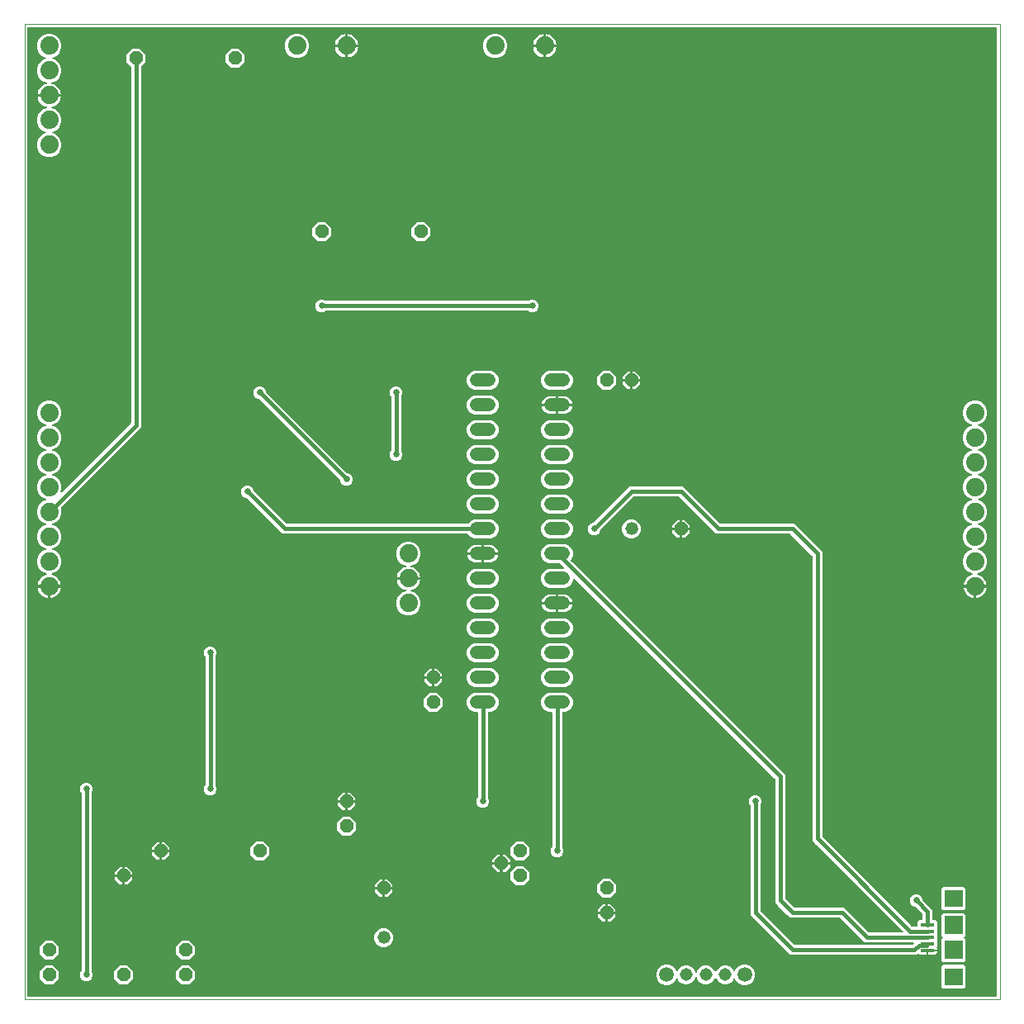
<source format=gbl>
G04 EAGLE Gerber RS-274X export*
G75*
%MOMM*%
%FSLAX34Y34*%
%LPD*%
%INBottom layer*%
%IPPOS*%
%AMOC8*
5,1,8,0,0,1.08239X$1,22.5*%
G01*
%ADD10C,0.000000*%
%ADD11P,1.429621X8X22.500000*%
%ADD12P,1.429621X8X112.500000*%
%ADD13P,1.429621X8X292.500000*%
%ADD14C,1.320800*%
%ADD15R,1.400000X0.350000*%
%ADD16R,1.900000X1.800000*%
%ADD17R,1.900000X1.900000*%
%ADD18P,1.429621X8X202.500000*%
%ADD19C,1.320800*%
%ADD20C,1.308000*%
%ADD21C,1.508000*%
%ADD22C,1.879600*%
%ADD23C,0.406400*%
%ADD24C,0.654800*%

G36*
X996210Y3052D02*
X996210Y3052D01*
X996229Y3050D01*
X996331Y3072D01*
X996433Y3088D01*
X996450Y3098D01*
X996470Y3102D01*
X996559Y3155D01*
X996650Y3204D01*
X996664Y3218D01*
X996681Y3228D01*
X996748Y3307D01*
X996820Y3382D01*
X996828Y3400D01*
X996841Y3415D01*
X996880Y3511D01*
X996923Y3605D01*
X996925Y3625D01*
X996933Y3643D01*
X996951Y3810D01*
X996951Y996190D01*
X996948Y996210D01*
X996950Y996229D01*
X996928Y996331D01*
X996912Y996433D01*
X996902Y996450D01*
X996898Y996470D01*
X996845Y996559D01*
X996796Y996650D01*
X996782Y996664D01*
X996772Y996681D01*
X996693Y996748D01*
X996618Y996820D01*
X996600Y996828D01*
X996585Y996841D01*
X996489Y996880D01*
X996395Y996923D01*
X996375Y996925D01*
X996357Y996933D01*
X996190Y996951D01*
X3810Y996951D01*
X3790Y996948D01*
X3771Y996950D01*
X3669Y996928D01*
X3567Y996912D01*
X3550Y996902D01*
X3530Y996898D01*
X3441Y996845D01*
X3350Y996796D01*
X3336Y996782D01*
X3319Y996772D01*
X3252Y996693D01*
X3180Y996618D01*
X3172Y996600D01*
X3159Y996585D01*
X3120Y996489D01*
X3077Y996395D01*
X3075Y996375D01*
X3067Y996357D01*
X3049Y996190D01*
X3049Y3810D01*
X3052Y3790D01*
X3050Y3771D01*
X3072Y3669D01*
X3088Y3567D01*
X3098Y3550D01*
X3102Y3530D01*
X3155Y3441D01*
X3204Y3350D01*
X3218Y3336D01*
X3228Y3319D01*
X3307Y3252D01*
X3382Y3180D01*
X3400Y3172D01*
X3415Y3159D01*
X3511Y3120D01*
X3605Y3077D01*
X3625Y3075D01*
X3643Y3067D01*
X3810Y3049D01*
X996190Y3049D01*
X996210Y3052D01*
G37*
%LPC*%
G36*
X785295Y45719D02*
X785295Y45719D01*
X744219Y86795D01*
X744219Y199024D01*
X744205Y199114D01*
X744197Y199205D01*
X744185Y199235D01*
X744180Y199266D01*
X744137Y199347D01*
X744101Y199431D01*
X744075Y199463D01*
X744064Y199484D01*
X744041Y199506D01*
X743996Y199562D01*
X743940Y199618D01*
X742977Y201942D01*
X742977Y204458D01*
X743940Y206782D01*
X745718Y208560D01*
X748042Y209523D01*
X750558Y209523D01*
X752882Y208560D01*
X754660Y206782D01*
X755623Y204458D01*
X755623Y201942D01*
X754660Y199618D01*
X754604Y199562D01*
X754551Y199488D01*
X754491Y199419D01*
X754479Y199389D01*
X754460Y199362D01*
X754433Y199275D01*
X754399Y199190D01*
X754395Y199150D01*
X754388Y199127D01*
X754389Y199095D01*
X754381Y199024D01*
X754381Y91320D01*
X754395Y91230D01*
X754403Y91139D01*
X754415Y91109D01*
X754420Y91077D01*
X754463Y90996D01*
X754499Y90913D01*
X754525Y90880D01*
X754536Y90860D01*
X754559Y90838D01*
X754604Y90782D01*
X789282Y56104D01*
X789355Y56051D01*
X789425Y55991D01*
X789455Y55979D01*
X789481Y55960D01*
X789568Y55933D01*
X789653Y55899D01*
X789694Y55895D01*
X789716Y55888D01*
X789749Y55889D01*
X789820Y55881D01*
X910101Y55881D01*
X910191Y55895D01*
X910282Y55903D01*
X910312Y55915D01*
X910344Y55920D01*
X910424Y55963D01*
X910509Y55999D01*
X910541Y56025D01*
X910561Y56036D01*
X910583Y56059D01*
X910640Y56104D01*
X911656Y57120D01*
X911697Y57178D01*
X911747Y57230D01*
X911769Y57277D01*
X911799Y57319D01*
X911820Y57388D01*
X911850Y57453D01*
X911856Y57505D01*
X911871Y57555D01*
X911870Y57626D01*
X911878Y57697D01*
X911866Y57748D01*
X911865Y57800D01*
X911840Y57868D01*
X911825Y57938D01*
X911799Y57983D01*
X911781Y58031D01*
X911736Y58087D01*
X911699Y58149D01*
X911660Y58183D01*
X911627Y58223D01*
X911567Y58262D01*
X911512Y58309D01*
X911464Y58328D01*
X911420Y58356D01*
X911351Y58374D01*
X911284Y58401D01*
X911213Y58409D01*
X911182Y58417D01*
X911158Y58415D01*
X911117Y58419D01*
X861495Y58419D01*
X836318Y83596D01*
X836245Y83649D01*
X836175Y83709D01*
X836145Y83721D01*
X836119Y83740D01*
X836032Y83767D01*
X835947Y83801D01*
X835906Y83805D01*
X835884Y83812D01*
X835851Y83811D01*
X835780Y83819D01*
X785295Y83819D01*
X782096Y87018D01*
X772818Y96296D01*
X769619Y99495D01*
X769619Y226180D01*
X769605Y226270D01*
X769597Y226361D01*
X769585Y226391D01*
X769580Y226423D01*
X769537Y226504D01*
X769501Y226587D01*
X769475Y226620D01*
X769464Y226640D01*
X769441Y226662D01*
X769396Y226718D01*
X563656Y432459D01*
X563598Y432500D01*
X563546Y432550D01*
X563499Y432572D01*
X563457Y432602D01*
X563388Y432623D01*
X563323Y432653D01*
X563271Y432659D01*
X563221Y432674D01*
X563150Y432673D01*
X563079Y432680D01*
X563028Y432669D01*
X562976Y432668D01*
X562908Y432643D01*
X562838Y432628D01*
X562794Y432602D01*
X562745Y432584D01*
X562689Y432539D01*
X562627Y432502D01*
X562593Y432462D01*
X562553Y432430D01*
X562514Y432370D01*
X562467Y432315D01*
X562448Y432267D01*
X562420Y432223D01*
X562402Y432154D01*
X562375Y432087D01*
X562367Y432016D01*
X562359Y431984D01*
X562361Y431961D01*
X562357Y431920D01*
X562357Y429880D01*
X560887Y426332D01*
X558172Y423617D01*
X554624Y422147D01*
X537576Y422147D01*
X534028Y423617D01*
X531313Y426332D01*
X529843Y429880D01*
X529843Y433720D01*
X531313Y437268D01*
X534028Y439983D01*
X537576Y441453D01*
X552824Y441453D01*
X552895Y441464D01*
X552967Y441466D01*
X553016Y441484D01*
X553067Y441492D01*
X553130Y441526D01*
X553198Y441551D01*
X553238Y441583D01*
X553284Y441608D01*
X553334Y441660D01*
X553390Y441704D01*
X553418Y441748D01*
X553454Y441786D01*
X553484Y441851D01*
X553523Y441911D01*
X553535Y441962D01*
X553557Y442009D01*
X553565Y442080D01*
X553583Y442150D01*
X553579Y442202D01*
X553584Y442253D01*
X553569Y442324D01*
X553564Y442395D01*
X553543Y442443D01*
X553532Y442494D01*
X553495Y442555D01*
X553467Y442621D01*
X553423Y442677D01*
X553406Y442705D01*
X553388Y442720D01*
X553363Y442752D01*
X548790Y447324D01*
X548716Y447377D01*
X548647Y447437D01*
X548617Y447449D01*
X548591Y447468D01*
X548504Y447495D01*
X548419Y447529D01*
X548378Y447533D01*
X548356Y447540D01*
X548323Y447539D01*
X548252Y447547D01*
X537576Y447547D01*
X534028Y449017D01*
X531313Y451732D01*
X529843Y455280D01*
X529843Y459120D01*
X531313Y462668D01*
X534028Y465383D01*
X537576Y466853D01*
X554624Y466853D01*
X558172Y465383D01*
X560887Y462668D01*
X562357Y459120D01*
X562357Y455280D01*
X560887Y451732D01*
X560358Y451203D01*
X560347Y451187D01*
X560331Y451175D01*
X560297Y451122D01*
X560269Y451092D01*
X560251Y451054D01*
X560215Y451004D01*
X560209Y450985D01*
X560198Y450968D01*
X560183Y450907D01*
X560165Y450869D01*
X560160Y450826D01*
X560142Y450769D01*
X560143Y450749D01*
X560138Y450729D01*
X560143Y450669D01*
X560138Y450624D01*
X560147Y450581D01*
X560149Y450523D01*
X560156Y450504D01*
X560157Y450484D01*
X560180Y450431D01*
X560190Y450384D01*
X560214Y450343D01*
X560233Y450292D01*
X560246Y450276D01*
X560254Y450258D01*
X560301Y450199D01*
X560316Y450173D01*
X560333Y450158D01*
X560358Y450127D01*
X776582Y233904D01*
X779781Y230705D01*
X779781Y104020D01*
X779795Y103930D01*
X779803Y103839D01*
X779815Y103809D01*
X779820Y103777D01*
X779863Y103696D01*
X779899Y103612D01*
X779925Y103580D01*
X779936Y103560D01*
X779959Y103537D01*
X780004Y103482D01*
X789282Y94204D01*
X789355Y94151D01*
X789425Y94091D01*
X789455Y94079D01*
X789481Y94060D01*
X789568Y94033D01*
X789653Y93999D01*
X789694Y93995D01*
X789716Y93988D01*
X789749Y93989D01*
X789820Y93981D01*
X840305Y93981D01*
X865482Y68804D01*
X865555Y68751D01*
X865625Y68691D01*
X865655Y68679D01*
X865681Y68660D01*
X865768Y68633D01*
X865853Y68599D01*
X865894Y68595D01*
X865916Y68588D01*
X865949Y68589D01*
X866020Y68581D01*
X900296Y68581D01*
X900367Y68592D01*
X900439Y68594D01*
X900488Y68612D01*
X900539Y68620D01*
X900602Y68654D01*
X900670Y68679D01*
X900710Y68711D01*
X900756Y68736D01*
X900806Y68788D01*
X900862Y68832D01*
X900890Y68876D01*
X900926Y68914D01*
X900956Y68979D01*
X900995Y69039D01*
X901007Y69090D01*
X901029Y69137D01*
X901037Y69208D01*
X901055Y69278D01*
X901051Y69330D01*
X901056Y69381D01*
X901041Y69452D01*
X901036Y69523D01*
X901015Y69571D01*
X901004Y69622D01*
X900967Y69683D01*
X900939Y69749D01*
X900895Y69805D01*
X900878Y69833D01*
X900860Y69848D01*
X900835Y69880D01*
X810918Y159796D01*
X807719Y162995D01*
X807719Y454780D01*
X807705Y454870D01*
X807697Y454961D01*
X807685Y454991D01*
X807680Y455023D01*
X807637Y455104D01*
X807601Y455187D01*
X807575Y455220D01*
X807564Y455240D01*
X807541Y455262D01*
X807496Y455318D01*
X785518Y477296D01*
X785445Y477349D01*
X785375Y477409D01*
X785345Y477421D01*
X785319Y477440D01*
X785232Y477467D01*
X785147Y477501D01*
X785106Y477505D01*
X785084Y477512D01*
X785051Y477511D01*
X784980Y477519D01*
X709095Y477519D01*
X671218Y515396D01*
X671145Y515449D01*
X671075Y515509D01*
X671045Y515521D01*
X671019Y515540D01*
X670932Y515567D01*
X670847Y515601D01*
X670806Y515605D01*
X670784Y515612D01*
X670751Y515611D01*
X670680Y515619D01*
X624720Y515619D01*
X624630Y515605D01*
X624539Y515597D01*
X624509Y515585D01*
X624477Y515580D01*
X624396Y515537D01*
X624313Y515501D01*
X624280Y515475D01*
X624260Y515464D01*
X624238Y515441D01*
X624182Y515396D01*
X590746Y481960D01*
X590693Y481887D01*
X590633Y481817D01*
X590621Y481787D01*
X590602Y481761D01*
X590575Y481674D01*
X590541Y481589D01*
X590537Y481548D01*
X590530Y481526D01*
X590531Y481493D01*
X590523Y481422D01*
X590523Y481342D01*
X589560Y479018D01*
X587782Y477240D01*
X585458Y476277D01*
X582942Y476277D01*
X580618Y477240D01*
X578840Y479018D01*
X577877Y481342D01*
X577877Y483858D01*
X578840Y486182D01*
X580618Y487960D01*
X582942Y488923D01*
X583022Y488923D01*
X583112Y488937D01*
X583203Y488945D01*
X583233Y488957D01*
X583265Y488962D01*
X583346Y489005D01*
X583429Y489041D01*
X583462Y489067D01*
X583482Y489078D01*
X583504Y489101D01*
X583560Y489146D01*
X620195Y525781D01*
X675205Y525781D01*
X713082Y487904D01*
X713155Y487851D01*
X713225Y487791D01*
X713255Y487779D01*
X713281Y487760D01*
X713368Y487733D01*
X713453Y487699D01*
X713494Y487695D01*
X713516Y487688D01*
X713549Y487689D01*
X713620Y487681D01*
X789505Y487681D01*
X817881Y459305D01*
X817881Y167520D01*
X817895Y167430D01*
X817903Y167339D01*
X817915Y167309D01*
X817920Y167277D01*
X817963Y167196D01*
X817999Y167113D01*
X818025Y167080D01*
X818036Y167060D01*
X818059Y167038D01*
X818104Y166982D01*
X909782Y75304D01*
X909855Y75251D01*
X909925Y75191D01*
X909955Y75179D01*
X909981Y75160D01*
X910068Y75133D01*
X910153Y75099D01*
X910194Y75095D01*
X910216Y75088D01*
X910249Y75089D01*
X910320Y75081D01*
X915190Y75081D01*
X915210Y75084D01*
X915229Y75082D01*
X915331Y75104D01*
X915433Y75120D01*
X915450Y75130D01*
X915470Y75134D01*
X915559Y75187D01*
X915650Y75236D01*
X915664Y75250D01*
X915681Y75260D01*
X915748Y75339D01*
X915820Y75414D01*
X915828Y75432D01*
X915841Y75447D01*
X915880Y75543D01*
X915923Y75637D01*
X915925Y75657D01*
X915933Y75675D01*
X915951Y75842D01*
X915951Y79513D01*
X917737Y81299D01*
X920158Y81299D01*
X920178Y81302D01*
X920197Y81300D01*
X920299Y81322D01*
X920401Y81338D01*
X920418Y81348D01*
X920438Y81352D01*
X920527Y81405D01*
X920618Y81454D01*
X920632Y81468D01*
X920649Y81478D01*
X920716Y81557D01*
X920788Y81632D01*
X920796Y81650D01*
X920809Y81665D01*
X920848Y81761D01*
X920891Y81855D01*
X920893Y81875D01*
X920901Y81893D01*
X920919Y82060D01*
X920919Y87580D01*
X920918Y87587D01*
X920918Y87588D01*
X920905Y87670D01*
X920897Y87761D01*
X920885Y87791D01*
X920880Y87823D01*
X920837Y87904D01*
X920801Y87987D01*
X920775Y88020D01*
X920764Y88040D01*
X920741Y88062D01*
X920696Y88118D01*
X913760Y95054D01*
X913687Y95107D01*
X913617Y95167D01*
X913587Y95179D01*
X913561Y95198D01*
X913474Y95225D01*
X913389Y95259D01*
X913348Y95263D01*
X913326Y95270D01*
X913293Y95269D01*
X913222Y95277D01*
X913142Y95277D01*
X910818Y96240D01*
X909040Y98018D01*
X908077Y100342D01*
X908077Y102858D01*
X909040Y105182D01*
X910818Y106960D01*
X913142Y107923D01*
X915658Y107923D01*
X917982Y106960D01*
X919760Y105182D01*
X920723Y102858D01*
X920723Y102778D01*
X920730Y102736D01*
X920729Y102733D01*
X920733Y102716D01*
X920737Y102688D01*
X920745Y102597D01*
X920757Y102567D01*
X920762Y102535D01*
X920779Y102504D01*
X920781Y102493D01*
X920808Y102449D01*
X920841Y102371D01*
X920867Y102338D01*
X920878Y102318D01*
X920897Y102299D01*
X920908Y102282D01*
X920922Y102269D01*
X920946Y102240D01*
X931081Y92105D01*
X931081Y82060D01*
X931084Y82040D01*
X931082Y82021D01*
X931104Y81919D01*
X931120Y81817D01*
X931130Y81800D01*
X931134Y81780D01*
X931187Y81691D01*
X931236Y81600D01*
X931250Y81586D01*
X931260Y81569D01*
X931339Y81502D01*
X931414Y81430D01*
X931432Y81422D01*
X931447Y81409D01*
X931543Y81370D01*
X931637Y81327D01*
X931657Y81325D01*
X931675Y81317D01*
X931842Y81299D01*
X934263Y81299D01*
X936049Y79513D01*
X936049Y53987D01*
X935662Y53601D01*
X935623Y53546D01*
X935576Y53497D01*
X935552Y53447D01*
X935519Y53401D01*
X935499Y53337D01*
X935470Y53275D01*
X935463Y53220D01*
X935447Y53166D01*
X935448Y53098D01*
X935440Y53031D01*
X935452Y52953D01*
X935453Y52920D01*
X935460Y52901D01*
X935465Y52865D01*
X935541Y52585D01*
X935541Y51374D01*
X927875Y51374D01*
X927785Y51360D01*
X927694Y51352D01*
X927664Y51340D01*
X927632Y51335D01*
X927552Y51292D01*
X927468Y51256D01*
X927435Y51230D01*
X927415Y51219D01*
X927393Y51196D01*
X927337Y51151D01*
X927110Y50925D01*
X927069Y50867D01*
X927019Y50815D01*
X926997Y50768D01*
X926967Y50726D01*
X926946Y50657D01*
X926916Y50592D01*
X926910Y50540D01*
X926895Y50490D01*
X926896Y50419D01*
X926889Y50347D01*
X926900Y50297D01*
X926901Y50245D01*
X926926Y50177D01*
X926941Y50107D01*
X926968Y50062D01*
X926985Y50014D01*
X927030Y49958D01*
X927067Y49896D01*
X927107Y49862D01*
X927139Y49822D01*
X927199Y49783D01*
X927254Y49736D01*
X927302Y49717D01*
X927346Y49689D01*
X927415Y49671D01*
X927482Y49644D01*
X927553Y49636D01*
X927584Y49628D01*
X927608Y49630D01*
X927649Y49626D01*
X935541Y49626D01*
X935541Y48415D01*
X935368Y47769D01*
X935033Y47190D01*
X934560Y46717D01*
X933981Y46382D01*
X933334Y46209D01*
X926874Y46209D01*
X926874Y49964D01*
X926871Y49984D01*
X926873Y50003D01*
X926851Y50105D01*
X926835Y50207D01*
X926825Y50224D01*
X926821Y50244D01*
X926768Y50333D01*
X926719Y50424D01*
X926705Y50438D01*
X926695Y50455D01*
X926616Y50522D01*
X926541Y50594D01*
X926523Y50602D01*
X926508Y50615D01*
X926412Y50654D01*
X926318Y50697D01*
X926298Y50699D01*
X926280Y50707D01*
X926113Y50725D01*
X925887Y50725D01*
X925867Y50722D01*
X925847Y50724D01*
X925746Y50702D01*
X925644Y50686D01*
X925627Y50676D01*
X925607Y50672D01*
X925518Y50619D01*
X925427Y50570D01*
X925413Y50556D01*
X925396Y50546D01*
X925329Y50467D01*
X925257Y50392D01*
X925249Y50374D01*
X925236Y50359D01*
X925197Y50263D01*
X925154Y50169D01*
X925152Y50149D01*
X925144Y50131D01*
X925126Y49964D01*
X925126Y46209D01*
X918666Y46209D01*
X918019Y46382D01*
X917440Y46717D01*
X917070Y47087D01*
X917054Y47099D01*
X917041Y47114D01*
X916954Y47170D01*
X916870Y47231D01*
X916851Y47236D01*
X916834Y47247D01*
X916734Y47272D01*
X916635Y47303D01*
X916615Y47302D01*
X916596Y47307D01*
X916493Y47299D01*
X916389Y47297D01*
X916370Y47290D01*
X916351Y47288D01*
X916256Y47248D01*
X916158Y47212D01*
X916143Y47200D01*
X916124Y47192D01*
X915993Y47087D01*
X914626Y45719D01*
X785295Y45719D01*
G37*
%LPD*%
%LPC*%
G36*
X25399Y423799D02*
X25399Y423799D01*
X25399Y424562D01*
X25396Y424582D01*
X25398Y424601D01*
X25376Y424703D01*
X25359Y424805D01*
X25350Y424822D01*
X25346Y424842D01*
X25293Y424931D01*
X25244Y425022D01*
X25230Y425036D01*
X25220Y425053D01*
X25141Y425120D01*
X25066Y425191D01*
X25048Y425200D01*
X25033Y425213D01*
X24937Y425252D01*
X24843Y425295D01*
X24823Y425297D01*
X24805Y425305D01*
X24638Y425323D01*
X13554Y425323D01*
X13755Y426596D01*
X14336Y428383D01*
X15189Y430057D01*
X16294Y431578D01*
X17622Y432906D01*
X19143Y434011D01*
X20817Y434864D01*
X22591Y435441D01*
X22681Y435487D01*
X22774Y435528D01*
X22790Y435543D01*
X22810Y435553D01*
X22880Y435626D01*
X22955Y435695D01*
X22966Y435714D01*
X22981Y435730D01*
X23025Y435821D01*
X23074Y435910D01*
X23078Y435932D01*
X23087Y435952D01*
X23099Y436052D01*
X23117Y436152D01*
X23114Y436174D01*
X23117Y436196D01*
X23096Y436295D01*
X23082Y436395D01*
X23072Y436415D01*
X23067Y436437D01*
X23016Y436524D01*
X22970Y436615D01*
X22954Y436630D01*
X22943Y436649D01*
X22867Y436716D01*
X22795Y436787D01*
X22770Y436800D01*
X22758Y436811D01*
X22728Y436824D01*
X22648Y436868D01*
X18349Y438648D01*
X14848Y442149D01*
X12953Y446724D01*
X12953Y451676D01*
X14848Y456251D01*
X18349Y459752D01*
X21838Y461197D01*
X21899Y461235D01*
X21964Y461264D01*
X22002Y461299D01*
X22047Y461326D01*
X22093Y461382D01*
X22145Y461430D01*
X22170Y461476D01*
X22204Y461516D01*
X22229Y461583D01*
X22264Y461646D01*
X22273Y461697D01*
X22292Y461745D01*
X22295Y461817D01*
X22308Y461888D01*
X22300Y461939D01*
X22302Y461991D01*
X22282Y462060D01*
X22272Y462131D01*
X22248Y462177D01*
X22234Y462227D01*
X22193Y462286D01*
X22160Y462350D01*
X22123Y462387D01*
X22093Y462429D01*
X22036Y462472D01*
X21985Y462522D01*
X21922Y462557D01*
X21896Y462576D01*
X21874Y462583D01*
X21838Y462603D01*
X18349Y464048D01*
X14848Y467549D01*
X12953Y472124D01*
X12953Y477076D01*
X14848Y481651D01*
X18349Y485152D01*
X21838Y486597D01*
X21899Y486635D01*
X21964Y486664D01*
X22002Y486699D01*
X22047Y486726D01*
X22093Y486782D01*
X22145Y486830D01*
X22170Y486876D01*
X22204Y486916D01*
X22229Y486983D01*
X22264Y487046D01*
X22273Y487097D01*
X22292Y487145D01*
X22295Y487217D01*
X22308Y487288D01*
X22300Y487339D01*
X22302Y487391D01*
X22282Y487460D01*
X22272Y487531D01*
X22248Y487577D01*
X22234Y487627D01*
X22193Y487686D01*
X22160Y487750D01*
X22123Y487787D01*
X22093Y487829D01*
X22036Y487872D01*
X21985Y487922D01*
X21922Y487957D01*
X21896Y487976D01*
X21874Y487983D01*
X21838Y488003D01*
X18349Y489448D01*
X14848Y492949D01*
X12953Y497524D01*
X12953Y502476D01*
X14848Y507051D01*
X18349Y510552D01*
X21838Y511997D01*
X21899Y512035D01*
X21964Y512064D01*
X22002Y512099D01*
X22047Y512126D01*
X22093Y512182D01*
X22145Y512230D01*
X22170Y512276D01*
X22204Y512316D01*
X22229Y512383D01*
X22264Y512446D01*
X22273Y512497D01*
X22292Y512545D01*
X22295Y512617D01*
X22308Y512688D01*
X22300Y512739D01*
X22302Y512791D01*
X22282Y512860D01*
X22272Y512931D01*
X22248Y512977D01*
X22234Y513027D01*
X22193Y513086D01*
X22160Y513150D01*
X22123Y513187D01*
X22093Y513229D01*
X22036Y513272D01*
X21985Y513322D01*
X21922Y513357D01*
X21896Y513376D01*
X21874Y513383D01*
X21838Y513403D01*
X18349Y514848D01*
X14848Y518349D01*
X12953Y522924D01*
X12953Y527876D01*
X14848Y532451D01*
X18349Y535952D01*
X21838Y537397D01*
X21899Y537435D01*
X21964Y537464D01*
X22002Y537499D01*
X22047Y537526D01*
X22093Y537582D01*
X22145Y537630D01*
X22170Y537676D01*
X22204Y537716D01*
X22229Y537783D01*
X22264Y537846D01*
X22273Y537897D01*
X22292Y537945D01*
X22295Y538017D01*
X22308Y538088D01*
X22300Y538139D01*
X22302Y538191D01*
X22282Y538260D01*
X22272Y538331D01*
X22248Y538377D01*
X22234Y538427D01*
X22193Y538486D01*
X22160Y538550D01*
X22123Y538587D01*
X22093Y538629D01*
X22036Y538672D01*
X21985Y538722D01*
X21922Y538757D01*
X21896Y538776D01*
X21874Y538783D01*
X21838Y538803D01*
X18349Y540248D01*
X14848Y543749D01*
X12953Y548324D01*
X12953Y553276D01*
X14848Y557851D01*
X18349Y561352D01*
X21838Y562797D01*
X21899Y562835D01*
X21964Y562864D01*
X22002Y562899D01*
X22047Y562926D01*
X22093Y562982D01*
X22145Y563030D01*
X22170Y563076D01*
X22204Y563116D01*
X22229Y563183D01*
X22264Y563246D01*
X22273Y563297D01*
X22292Y563345D01*
X22295Y563417D01*
X22308Y563488D01*
X22300Y563539D01*
X22302Y563591D01*
X22282Y563660D01*
X22272Y563731D01*
X22248Y563777D01*
X22234Y563827D01*
X22193Y563886D01*
X22160Y563950D01*
X22123Y563987D01*
X22093Y564029D01*
X22036Y564072D01*
X21985Y564122D01*
X21922Y564157D01*
X21896Y564176D01*
X21874Y564183D01*
X21838Y564203D01*
X18349Y565648D01*
X14848Y569149D01*
X12953Y573724D01*
X12953Y578676D01*
X14848Y583251D01*
X18349Y586752D01*
X21838Y588197D01*
X21899Y588235D01*
X21964Y588264D01*
X22002Y588299D01*
X22047Y588326D01*
X22093Y588382D01*
X22145Y588430D01*
X22170Y588476D01*
X22204Y588516D01*
X22229Y588583D01*
X22264Y588646D01*
X22273Y588697D01*
X22292Y588745D01*
X22295Y588817D01*
X22308Y588888D01*
X22300Y588939D01*
X22302Y588991D01*
X22282Y589060D01*
X22272Y589131D01*
X22248Y589177D01*
X22234Y589227D01*
X22193Y589286D01*
X22160Y589350D01*
X22123Y589387D01*
X22093Y589429D01*
X22036Y589472D01*
X21985Y589522D01*
X21922Y589557D01*
X21896Y589576D01*
X21874Y589583D01*
X21838Y589603D01*
X18349Y591048D01*
X14848Y594549D01*
X12953Y599124D01*
X12953Y604076D01*
X14848Y608651D01*
X18349Y612152D01*
X22924Y614047D01*
X27876Y614047D01*
X32451Y612152D01*
X35952Y608651D01*
X37847Y604076D01*
X37847Y599124D01*
X35952Y594549D01*
X32451Y591048D01*
X28962Y589603D01*
X28901Y589565D01*
X28836Y589536D01*
X28797Y589501D01*
X28753Y589474D01*
X28707Y589418D01*
X28655Y589370D01*
X28630Y589324D01*
X28596Y589284D01*
X28571Y589217D01*
X28536Y589154D01*
X28527Y589103D01*
X28508Y589055D01*
X28505Y588983D01*
X28492Y588912D01*
X28500Y588861D01*
X28498Y588809D01*
X28518Y588740D01*
X28528Y588669D01*
X28552Y588623D01*
X28566Y588573D01*
X28607Y588514D01*
X28640Y588450D01*
X28677Y588413D01*
X28707Y588371D01*
X28764Y588328D01*
X28815Y588278D01*
X28878Y588243D01*
X28904Y588224D01*
X28926Y588217D01*
X28962Y588197D01*
X32451Y586752D01*
X35952Y583251D01*
X37847Y578676D01*
X37847Y573724D01*
X35952Y569149D01*
X32451Y565648D01*
X28962Y564203D01*
X28901Y564165D01*
X28836Y564136D01*
X28797Y564101D01*
X28753Y564074D01*
X28707Y564018D01*
X28655Y563970D01*
X28630Y563924D01*
X28596Y563884D01*
X28571Y563817D01*
X28536Y563754D01*
X28527Y563703D01*
X28508Y563655D01*
X28505Y563583D01*
X28492Y563512D01*
X28500Y563461D01*
X28498Y563409D01*
X28518Y563340D01*
X28528Y563269D01*
X28552Y563223D01*
X28566Y563173D01*
X28607Y563114D01*
X28640Y563050D01*
X28677Y563013D01*
X28707Y562971D01*
X28764Y562928D01*
X28815Y562878D01*
X28878Y562843D01*
X28904Y562824D01*
X28926Y562817D01*
X28962Y562797D01*
X32451Y561352D01*
X35952Y557851D01*
X37847Y553276D01*
X37847Y548324D01*
X35952Y543749D01*
X32451Y540248D01*
X28962Y538803D01*
X28901Y538765D01*
X28836Y538736D01*
X28797Y538701D01*
X28753Y538674D01*
X28707Y538618D01*
X28655Y538570D01*
X28630Y538524D01*
X28596Y538484D01*
X28571Y538417D01*
X28536Y538354D01*
X28527Y538303D01*
X28508Y538255D01*
X28505Y538183D01*
X28492Y538112D01*
X28500Y538061D01*
X28498Y538009D01*
X28518Y537940D01*
X28528Y537869D01*
X28552Y537823D01*
X28566Y537773D01*
X28607Y537714D01*
X28640Y537650D01*
X28677Y537613D01*
X28707Y537571D01*
X28764Y537528D01*
X28815Y537478D01*
X28878Y537443D01*
X28904Y537424D01*
X28926Y537417D01*
X28962Y537397D01*
X32451Y535952D01*
X35952Y532451D01*
X37847Y527876D01*
X37847Y522924D01*
X36983Y520840D01*
X36961Y520745D01*
X36932Y520652D01*
X36933Y520626D01*
X36927Y520600D01*
X36936Y520503D01*
X36939Y520406D01*
X36948Y520381D01*
X36950Y520355D01*
X36990Y520266D01*
X37023Y520175D01*
X37040Y520155D01*
X37050Y520131D01*
X37116Y520059D01*
X37177Y519983D01*
X37199Y519969D01*
X37217Y519950D01*
X37302Y519903D01*
X37384Y519850D01*
X37409Y519844D01*
X37432Y519831D01*
X37528Y519814D01*
X37622Y519790D01*
X37648Y519792D01*
X37674Y519787D01*
X37771Y519801D01*
X37868Y519809D01*
X37892Y519819D01*
X37918Y519823D01*
X38005Y519867D01*
X38094Y519905D01*
X38119Y519926D01*
X38137Y519935D01*
X38160Y519958D01*
X38225Y520010D01*
X108996Y590782D01*
X109049Y590855D01*
X109109Y590925D01*
X109121Y590955D01*
X109140Y590981D01*
X109167Y591068D01*
X109201Y591153D01*
X109205Y591194D01*
X109212Y591216D01*
X109211Y591249D01*
X109219Y591320D01*
X109219Y956314D01*
X109205Y956404D01*
X109197Y956495D01*
X109185Y956525D01*
X109180Y956557D01*
X109137Y956638D01*
X109101Y956722D01*
X109075Y956754D01*
X109064Y956775D01*
X109041Y956797D01*
X108996Y956853D01*
X104647Y961202D01*
X104647Y969198D01*
X110302Y974853D01*
X118298Y974853D01*
X123953Y969198D01*
X123953Y961202D01*
X119604Y956853D01*
X119551Y956779D01*
X119491Y956709D01*
X119479Y956679D01*
X119460Y956653D01*
X119433Y956566D01*
X119399Y956481D01*
X119395Y956440D01*
X119388Y956418D01*
X119389Y956386D01*
X119381Y956314D01*
X119381Y586795D01*
X37390Y504805D01*
X37323Y504711D01*
X37253Y504617D01*
X37251Y504611D01*
X37247Y504606D01*
X37213Y504495D01*
X37176Y504383D01*
X37176Y504376D01*
X37175Y504370D01*
X37178Y504254D01*
X37179Y504137D01*
X37181Y504130D01*
X37181Y504125D01*
X37187Y504107D01*
X37225Y503976D01*
X37847Y502476D01*
X37847Y497524D01*
X35952Y492949D01*
X32451Y489448D01*
X28962Y488003D01*
X28901Y487965D01*
X28836Y487936D01*
X28797Y487901D01*
X28753Y487874D01*
X28707Y487818D01*
X28655Y487770D01*
X28630Y487724D01*
X28596Y487684D01*
X28571Y487617D01*
X28536Y487554D01*
X28527Y487503D01*
X28508Y487455D01*
X28505Y487383D01*
X28492Y487312D01*
X28500Y487261D01*
X28498Y487209D01*
X28518Y487140D01*
X28528Y487069D01*
X28552Y487023D01*
X28566Y486973D01*
X28607Y486914D01*
X28640Y486850D01*
X28677Y486813D01*
X28707Y486771D01*
X28764Y486728D01*
X28815Y486678D01*
X28878Y486643D01*
X28904Y486624D01*
X28926Y486617D01*
X28962Y486597D01*
X32451Y485152D01*
X35952Y481651D01*
X37847Y477076D01*
X37847Y472124D01*
X35952Y467549D01*
X32451Y464048D01*
X28962Y462603D01*
X28901Y462565D01*
X28836Y462536D01*
X28797Y462501D01*
X28753Y462474D01*
X28707Y462418D01*
X28655Y462370D01*
X28630Y462324D01*
X28596Y462284D01*
X28571Y462217D01*
X28536Y462154D01*
X28527Y462103D01*
X28508Y462055D01*
X28505Y461983D01*
X28492Y461912D01*
X28500Y461861D01*
X28498Y461809D01*
X28518Y461740D01*
X28528Y461669D01*
X28552Y461623D01*
X28566Y461573D01*
X28607Y461514D01*
X28640Y461450D01*
X28677Y461413D01*
X28707Y461371D01*
X28764Y461328D01*
X28815Y461278D01*
X28878Y461243D01*
X28904Y461224D01*
X28926Y461217D01*
X28962Y461197D01*
X32451Y459752D01*
X35952Y456251D01*
X37847Y451676D01*
X37847Y446724D01*
X35952Y442149D01*
X32451Y438648D01*
X28152Y436868D01*
X28066Y436814D01*
X27977Y436766D01*
X27962Y436750D01*
X27943Y436738D01*
X27879Y436660D01*
X27810Y436586D01*
X27801Y436566D01*
X27787Y436549D01*
X27750Y436454D01*
X27709Y436362D01*
X27706Y436340D01*
X27698Y436319D01*
X27694Y436218D01*
X27684Y436117D01*
X27689Y436096D01*
X27688Y436073D01*
X27716Y435976D01*
X27739Y435877D01*
X27750Y435858D01*
X27757Y435837D01*
X27814Y435754D01*
X27867Y435668D01*
X27884Y435653D01*
X27897Y435635D01*
X27978Y435575D01*
X28056Y435510D01*
X28081Y435498D01*
X28094Y435488D01*
X28125Y435478D01*
X28209Y435441D01*
X29983Y434864D01*
X31657Y434011D01*
X33178Y432906D01*
X34506Y431578D01*
X35611Y430057D01*
X36464Y428383D01*
X37045Y426596D01*
X37246Y425323D01*
X26162Y425323D01*
X26142Y425320D01*
X26123Y425322D01*
X26021Y425300D01*
X25919Y425283D01*
X25902Y425274D01*
X25882Y425270D01*
X25793Y425217D01*
X25702Y425168D01*
X25688Y425154D01*
X25671Y425144D01*
X25604Y425065D01*
X25533Y424990D01*
X25524Y424972D01*
X25511Y424957D01*
X25473Y424861D01*
X25429Y424767D01*
X25427Y424747D01*
X25419Y424729D01*
X25401Y424562D01*
X25401Y423799D01*
X25399Y423799D01*
G37*
%LPD*%
%LPC*%
G36*
X974599Y423799D02*
X974599Y423799D01*
X974599Y424562D01*
X974596Y424582D01*
X974598Y424601D01*
X974576Y424703D01*
X974559Y424805D01*
X974550Y424822D01*
X974546Y424842D01*
X974493Y424931D01*
X974444Y425022D01*
X974430Y425036D01*
X974420Y425053D01*
X974341Y425120D01*
X974266Y425191D01*
X974248Y425200D01*
X974233Y425213D01*
X974137Y425252D01*
X974043Y425295D01*
X974023Y425297D01*
X974005Y425305D01*
X973838Y425323D01*
X962754Y425323D01*
X962955Y426596D01*
X963536Y428383D01*
X964389Y430057D01*
X965494Y431578D01*
X966822Y432906D01*
X968343Y434011D01*
X970017Y434864D01*
X971791Y435441D01*
X971881Y435487D01*
X971974Y435528D01*
X971990Y435543D01*
X972010Y435553D01*
X972080Y435626D01*
X972155Y435695D01*
X972166Y435714D01*
X972181Y435730D01*
X972225Y435821D01*
X972274Y435910D01*
X972278Y435932D01*
X972287Y435952D01*
X972299Y436052D01*
X972317Y436152D01*
X972314Y436174D01*
X972317Y436196D01*
X972296Y436295D01*
X972282Y436395D01*
X972272Y436415D01*
X972267Y436437D01*
X972216Y436524D01*
X972170Y436615D01*
X972154Y436630D01*
X972143Y436649D01*
X972067Y436716D01*
X971995Y436787D01*
X971970Y436800D01*
X971958Y436811D01*
X971928Y436824D01*
X971848Y436868D01*
X967549Y438648D01*
X964048Y442149D01*
X962153Y446724D01*
X962153Y451676D01*
X964048Y456251D01*
X967549Y459752D01*
X971038Y461197D01*
X971099Y461235D01*
X971164Y461264D01*
X971202Y461299D01*
X971247Y461326D01*
X971293Y461382D01*
X971345Y461430D01*
X971370Y461476D01*
X971404Y461516D01*
X971429Y461583D01*
X971464Y461646D01*
X971473Y461697D01*
X971492Y461745D01*
X971495Y461817D01*
X971508Y461888D01*
X971500Y461939D01*
X971502Y461991D01*
X971482Y462060D01*
X971472Y462131D01*
X971448Y462177D01*
X971434Y462227D01*
X971393Y462286D01*
X971360Y462350D01*
X971323Y462387D01*
X971293Y462429D01*
X971236Y462472D01*
X971185Y462522D01*
X971122Y462557D01*
X971096Y462576D01*
X971074Y462583D01*
X971038Y462603D01*
X967549Y464048D01*
X964048Y467549D01*
X962153Y472124D01*
X962153Y477076D01*
X964048Y481651D01*
X967549Y485152D01*
X971038Y486597D01*
X971099Y486635D01*
X971164Y486664D01*
X971202Y486699D01*
X971247Y486726D01*
X971293Y486782D01*
X971345Y486830D01*
X971370Y486876D01*
X971404Y486916D01*
X971429Y486983D01*
X971464Y487046D01*
X971473Y487097D01*
X971492Y487145D01*
X971495Y487217D01*
X971508Y487288D01*
X971500Y487339D01*
X971502Y487391D01*
X971482Y487460D01*
X971472Y487531D01*
X971448Y487577D01*
X971434Y487627D01*
X971393Y487686D01*
X971360Y487750D01*
X971323Y487787D01*
X971293Y487829D01*
X971236Y487872D01*
X971185Y487922D01*
X971122Y487957D01*
X971096Y487976D01*
X971074Y487983D01*
X971038Y488003D01*
X967549Y489448D01*
X964048Y492949D01*
X962153Y497524D01*
X962153Y502476D01*
X964048Y507051D01*
X967549Y510552D01*
X971038Y511997D01*
X971099Y512035D01*
X971164Y512064D01*
X971203Y512099D01*
X971247Y512126D01*
X971293Y512182D01*
X971345Y512230D01*
X971370Y512276D01*
X971404Y512316D01*
X971429Y512383D01*
X971464Y512446D01*
X971473Y512497D01*
X971492Y512545D01*
X971495Y512617D01*
X971508Y512688D01*
X971500Y512739D01*
X971502Y512791D01*
X971482Y512860D01*
X971472Y512931D01*
X971448Y512977D01*
X971434Y513027D01*
X971393Y513086D01*
X971360Y513150D01*
X971323Y513187D01*
X971293Y513229D01*
X971236Y513272D01*
X971185Y513322D01*
X971122Y513357D01*
X971096Y513376D01*
X971074Y513383D01*
X971038Y513403D01*
X967549Y514848D01*
X964048Y518349D01*
X962153Y522924D01*
X962153Y527876D01*
X964048Y532451D01*
X967549Y535952D01*
X971038Y537397D01*
X971099Y537435D01*
X971164Y537464D01*
X971202Y537499D01*
X971247Y537526D01*
X971293Y537582D01*
X971345Y537630D01*
X971370Y537676D01*
X971404Y537716D01*
X971429Y537783D01*
X971464Y537846D01*
X971473Y537897D01*
X971492Y537945D01*
X971495Y538017D01*
X971508Y538088D01*
X971500Y538139D01*
X971502Y538191D01*
X971482Y538260D01*
X971472Y538331D01*
X971448Y538377D01*
X971434Y538427D01*
X971393Y538486D01*
X971360Y538550D01*
X971323Y538587D01*
X971293Y538629D01*
X971236Y538672D01*
X971185Y538722D01*
X971122Y538757D01*
X971096Y538776D01*
X971074Y538783D01*
X971038Y538803D01*
X967549Y540248D01*
X964048Y543749D01*
X962153Y548324D01*
X962153Y553276D01*
X964048Y557851D01*
X967549Y561352D01*
X971038Y562797D01*
X971099Y562835D01*
X971164Y562864D01*
X971202Y562899D01*
X971247Y562926D01*
X971293Y562982D01*
X971345Y563030D01*
X971370Y563076D01*
X971404Y563116D01*
X971429Y563183D01*
X971464Y563246D01*
X971473Y563297D01*
X971492Y563345D01*
X971495Y563417D01*
X971508Y563488D01*
X971500Y563539D01*
X971502Y563591D01*
X971482Y563660D01*
X971472Y563731D01*
X971448Y563777D01*
X971434Y563827D01*
X971393Y563886D01*
X971360Y563950D01*
X971323Y563987D01*
X971293Y564029D01*
X971236Y564072D01*
X971185Y564122D01*
X971122Y564157D01*
X971096Y564176D01*
X971074Y564183D01*
X971038Y564203D01*
X967549Y565648D01*
X964048Y569149D01*
X962153Y573724D01*
X962153Y578676D01*
X964048Y583251D01*
X967549Y586752D01*
X971038Y588197D01*
X971099Y588235D01*
X971164Y588264D01*
X971202Y588299D01*
X971247Y588326D01*
X971293Y588382D01*
X971345Y588430D01*
X971370Y588476D01*
X971404Y588516D01*
X971429Y588583D01*
X971464Y588646D01*
X971473Y588697D01*
X971492Y588745D01*
X971495Y588817D01*
X971508Y588888D01*
X971500Y588939D01*
X971502Y588991D01*
X971482Y589060D01*
X971472Y589131D01*
X971448Y589177D01*
X971434Y589227D01*
X971393Y589286D01*
X971360Y589350D01*
X971323Y589387D01*
X971293Y589429D01*
X971236Y589472D01*
X971185Y589522D01*
X971122Y589557D01*
X971096Y589576D01*
X971074Y589583D01*
X971038Y589603D01*
X967549Y591048D01*
X964048Y594549D01*
X962153Y599124D01*
X962153Y604076D01*
X964048Y608651D01*
X967549Y612152D01*
X972124Y614047D01*
X977076Y614047D01*
X981651Y612152D01*
X985152Y608651D01*
X987047Y604076D01*
X987047Y599124D01*
X985152Y594549D01*
X981651Y591048D01*
X978162Y589603D01*
X978101Y589565D01*
X978036Y589536D01*
X977997Y589501D01*
X977953Y589474D01*
X977907Y589418D01*
X977855Y589370D01*
X977830Y589324D01*
X977796Y589284D01*
X977771Y589217D01*
X977736Y589154D01*
X977727Y589103D01*
X977708Y589055D01*
X977705Y588983D01*
X977692Y588912D01*
X977700Y588861D01*
X977698Y588809D01*
X977718Y588740D01*
X977728Y588669D01*
X977752Y588623D01*
X977766Y588573D01*
X977807Y588514D01*
X977840Y588450D01*
X977877Y588413D01*
X977907Y588371D01*
X977964Y588328D01*
X978015Y588278D01*
X978078Y588243D01*
X978104Y588224D01*
X978126Y588217D01*
X978162Y588197D01*
X981651Y586752D01*
X985152Y583251D01*
X987047Y578676D01*
X987047Y573724D01*
X985152Y569149D01*
X981651Y565648D01*
X978162Y564203D01*
X978101Y564165D01*
X978036Y564136D01*
X977997Y564101D01*
X977953Y564074D01*
X977907Y564018D01*
X977855Y563970D01*
X977830Y563924D01*
X977796Y563884D01*
X977771Y563817D01*
X977736Y563754D01*
X977727Y563703D01*
X977708Y563655D01*
X977705Y563583D01*
X977692Y563512D01*
X977700Y563461D01*
X977698Y563409D01*
X977718Y563340D01*
X977728Y563269D01*
X977752Y563223D01*
X977766Y563173D01*
X977807Y563114D01*
X977840Y563050D01*
X977877Y563013D01*
X977907Y562971D01*
X977964Y562928D01*
X978015Y562878D01*
X978078Y562843D01*
X978104Y562824D01*
X978126Y562817D01*
X978162Y562797D01*
X981651Y561352D01*
X985152Y557851D01*
X987047Y553276D01*
X987047Y548324D01*
X985152Y543749D01*
X981651Y540248D01*
X978162Y538803D01*
X978101Y538765D01*
X978036Y538736D01*
X977997Y538701D01*
X977953Y538674D01*
X977907Y538618D01*
X977855Y538570D01*
X977830Y538524D01*
X977796Y538484D01*
X977771Y538417D01*
X977736Y538354D01*
X977727Y538303D01*
X977708Y538255D01*
X977705Y538183D01*
X977692Y538112D01*
X977700Y538061D01*
X977698Y538009D01*
X977718Y537940D01*
X977728Y537869D01*
X977752Y537823D01*
X977766Y537773D01*
X977807Y537714D01*
X977840Y537650D01*
X977877Y537613D01*
X977907Y537571D01*
X977964Y537528D01*
X978015Y537478D01*
X978078Y537443D01*
X978104Y537424D01*
X978126Y537417D01*
X978162Y537397D01*
X981651Y535952D01*
X985152Y532451D01*
X987047Y527876D01*
X987047Y522924D01*
X985152Y518349D01*
X981651Y514848D01*
X978162Y513403D01*
X978101Y513365D01*
X978036Y513336D01*
X977998Y513301D01*
X977953Y513274D01*
X977907Y513218D01*
X977855Y513170D01*
X977830Y513124D01*
X977796Y513084D01*
X977771Y513017D01*
X977736Y512954D01*
X977727Y512903D01*
X977708Y512855D01*
X977705Y512783D01*
X977692Y512712D01*
X977700Y512661D01*
X977698Y512609D01*
X977718Y512540D01*
X977728Y512469D01*
X977752Y512423D01*
X977766Y512373D01*
X977807Y512314D01*
X977840Y512250D01*
X977877Y512213D01*
X977907Y512171D01*
X977964Y512128D01*
X978015Y512078D01*
X978078Y512043D01*
X978104Y512024D01*
X978126Y512017D01*
X978162Y511997D01*
X981651Y510552D01*
X985152Y507051D01*
X987047Y502476D01*
X987047Y497524D01*
X985152Y492949D01*
X981651Y489448D01*
X978162Y488003D01*
X978101Y487965D01*
X978036Y487936D01*
X977998Y487901D01*
X977953Y487874D01*
X977908Y487818D01*
X977855Y487770D01*
X977830Y487724D01*
X977796Y487684D01*
X977771Y487617D01*
X977736Y487554D01*
X977727Y487503D01*
X977708Y487455D01*
X977705Y487383D01*
X977692Y487312D01*
X977700Y487261D01*
X977698Y487209D01*
X977718Y487140D01*
X977728Y487069D01*
X977752Y487023D01*
X977766Y486973D01*
X977807Y486914D01*
X977840Y486850D01*
X977877Y486813D01*
X977907Y486771D01*
X977964Y486728D01*
X978015Y486678D01*
X978078Y486643D01*
X978104Y486624D01*
X978126Y486617D01*
X978162Y486597D01*
X981651Y485152D01*
X985152Y481651D01*
X987047Y477076D01*
X987047Y472124D01*
X985152Y467549D01*
X981651Y464048D01*
X978162Y462603D01*
X978101Y462565D01*
X978036Y462536D01*
X977998Y462501D01*
X977953Y462474D01*
X977908Y462418D01*
X977855Y462370D01*
X977830Y462324D01*
X977796Y462284D01*
X977771Y462217D01*
X977736Y462154D01*
X977727Y462103D01*
X977708Y462055D01*
X977705Y461983D01*
X977692Y461912D01*
X977700Y461861D01*
X977698Y461809D01*
X977718Y461740D01*
X977728Y461669D01*
X977752Y461623D01*
X977766Y461573D01*
X977807Y461514D01*
X977840Y461450D01*
X977877Y461413D01*
X977907Y461371D01*
X977964Y461328D01*
X978015Y461278D01*
X978078Y461243D01*
X978104Y461224D01*
X978126Y461217D01*
X978162Y461197D01*
X981651Y459752D01*
X985152Y456251D01*
X987047Y451676D01*
X987047Y446724D01*
X985152Y442149D01*
X981651Y438648D01*
X977352Y436868D01*
X977266Y436814D01*
X977177Y436766D01*
X977162Y436750D01*
X977143Y436738D01*
X977079Y436660D01*
X977010Y436586D01*
X977001Y436566D01*
X976987Y436549D01*
X976950Y436454D01*
X976909Y436362D01*
X976906Y436340D01*
X976898Y436319D01*
X976894Y436218D01*
X976884Y436117D01*
X976889Y436096D01*
X976888Y436073D01*
X976916Y435976D01*
X976939Y435877D01*
X976950Y435858D01*
X976957Y435837D01*
X977014Y435754D01*
X977067Y435668D01*
X977084Y435653D01*
X977097Y435635D01*
X977178Y435575D01*
X977256Y435510D01*
X977281Y435498D01*
X977294Y435488D01*
X977325Y435478D01*
X977409Y435441D01*
X979183Y434864D01*
X980857Y434011D01*
X982378Y432906D01*
X983706Y431578D01*
X984811Y430057D01*
X985664Y428383D01*
X986245Y426596D01*
X986446Y425323D01*
X975362Y425323D01*
X975342Y425320D01*
X975323Y425322D01*
X975221Y425300D01*
X975119Y425283D01*
X975102Y425274D01*
X975082Y425270D01*
X974993Y425217D01*
X974902Y425168D01*
X974888Y425154D01*
X974871Y425144D01*
X974804Y425065D01*
X974733Y424990D01*
X974724Y424972D01*
X974711Y424957D01*
X974673Y424861D01*
X974629Y424767D01*
X974627Y424747D01*
X974619Y424729D01*
X974601Y424562D01*
X974601Y423799D01*
X974599Y423799D01*
G37*
%LPD*%
%LPC*%
G36*
X461376Y472947D02*
X461376Y472947D01*
X457828Y474417D01*
X455070Y477175D01*
X455026Y477249D01*
X455021Y477253D01*
X455018Y477258D01*
X454927Y477333D01*
X454839Y477409D01*
X454833Y477411D01*
X454828Y477415D01*
X454719Y477457D01*
X454611Y477501D01*
X454603Y477502D01*
X454599Y477503D01*
X454580Y477504D01*
X454444Y477519D01*
X397215Y477519D01*
X397184Y477550D01*
X397110Y477603D01*
X397041Y477663D01*
X397011Y477675D01*
X396984Y477694D01*
X396898Y477721D01*
X396813Y477755D01*
X396772Y477759D01*
X396749Y477766D01*
X396717Y477765D01*
X396646Y477773D01*
X390754Y477773D01*
X390664Y477759D01*
X390573Y477751D01*
X390543Y477739D01*
X390511Y477734D01*
X390431Y477691D01*
X390347Y477655D01*
X390315Y477629D01*
X390294Y477618D01*
X390272Y477595D01*
X390216Y477550D01*
X390185Y477519D01*
X264595Y477519D01*
X261396Y480718D01*
X227960Y514154D01*
X227887Y514207D01*
X227817Y514267D01*
X227787Y514279D01*
X227761Y514298D01*
X227674Y514325D01*
X227589Y514359D01*
X227548Y514363D01*
X227526Y514370D01*
X227493Y514369D01*
X227422Y514377D01*
X227342Y514377D01*
X225018Y515340D01*
X223240Y517118D01*
X222277Y519442D01*
X222277Y521958D01*
X223240Y524282D01*
X225018Y526060D01*
X227342Y527023D01*
X229858Y527023D01*
X232182Y526060D01*
X233960Y524282D01*
X234923Y521958D01*
X234923Y521878D01*
X234937Y521788D01*
X234945Y521697D01*
X234957Y521667D01*
X234962Y521635D01*
X235005Y521554D01*
X235041Y521470D01*
X235067Y521438D01*
X235078Y521418D01*
X235101Y521395D01*
X235146Y521340D01*
X268582Y487904D01*
X268655Y487851D01*
X268725Y487791D01*
X268755Y487779D01*
X268781Y487760D01*
X268868Y487733D01*
X268953Y487699D01*
X268994Y487695D01*
X269016Y487688D01*
X269049Y487689D01*
X269120Y487681D01*
X385660Y487681D01*
X385751Y487695D01*
X385841Y487703D01*
X385871Y487715D01*
X385903Y487720D01*
X385984Y487763D01*
X386068Y487799D01*
X386100Y487825D01*
X386121Y487836D01*
X386143Y487859D01*
X386199Y487904D01*
X386230Y487935D01*
X401170Y487935D01*
X401201Y487904D01*
X401275Y487851D01*
X401345Y487791D01*
X401375Y487779D01*
X401401Y487760D01*
X401488Y487733D01*
X401573Y487699D01*
X401614Y487695D01*
X401636Y487688D01*
X401668Y487689D01*
X401740Y487681D01*
X454444Y487681D01*
X454558Y487700D01*
X454675Y487717D01*
X454680Y487719D01*
X454687Y487720D01*
X454790Y487775D01*
X454894Y487828D01*
X454898Y487833D01*
X454904Y487836D01*
X454984Y487920D01*
X455066Y488004D01*
X455070Y488010D01*
X455073Y488014D01*
X455081Y488031D01*
X455088Y488043D01*
X457828Y490783D01*
X461376Y492253D01*
X478424Y492253D01*
X481972Y490783D01*
X484687Y488068D01*
X486157Y484520D01*
X486157Y480680D01*
X484687Y477132D01*
X481972Y474417D01*
X478424Y472947D01*
X461376Y472947D01*
G37*
%LPD*%
%LPC*%
G36*
X22924Y863853D02*
X22924Y863853D01*
X18349Y865748D01*
X14848Y869249D01*
X12953Y873824D01*
X12953Y878776D01*
X14848Y883351D01*
X18349Y886852D01*
X21838Y888297D01*
X21899Y888335D01*
X21964Y888364D01*
X22002Y888399D01*
X22047Y888426D01*
X22092Y888482D01*
X22145Y888530D01*
X22170Y888576D01*
X22204Y888616D01*
X22229Y888683D01*
X22264Y888746D01*
X22273Y888797D01*
X22292Y888845D01*
X22295Y888917D01*
X22308Y888988D01*
X22300Y889039D01*
X22302Y889091D01*
X22282Y889160D01*
X22272Y889231D01*
X22248Y889277D01*
X22234Y889327D01*
X22193Y889386D01*
X22160Y889450D01*
X22123Y889487D01*
X22093Y889529D01*
X22036Y889572D01*
X21985Y889622D01*
X21922Y889657D01*
X21896Y889676D01*
X21874Y889683D01*
X21838Y889703D01*
X18349Y891148D01*
X14848Y894649D01*
X12953Y899224D01*
X12953Y904176D01*
X14848Y908751D01*
X18349Y912252D01*
X22648Y914032D01*
X22734Y914086D01*
X22823Y914134D01*
X22838Y914150D01*
X22857Y914162D01*
X22921Y914240D01*
X22990Y914314D01*
X22999Y914334D01*
X23013Y914351D01*
X23050Y914446D01*
X23091Y914538D01*
X23094Y914560D01*
X23102Y914581D01*
X23106Y914682D01*
X23116Y914783D01*
X23111Y914804D01*
X23112Y914827D01*
X23084Y914924D01*
X23061Y915023D01*
X23050Y915042D01*
X23043Y915063D01*
X22986Y915146D01*
X22933Y915232D01*
X22916Y915247D01*
X22903Y915265D01*
X22822Y915325D01*
X22744Y915390D01*
X22719Y915402D01*
X22706Y915412D01*
X22675Y915422D01*
X22591Y915459D01*
X20817Y916036D01*
X19143Y916889D01*
X17622Y917994D01*
X16294Y919322D01*
X15189Y920843D01*
X14336Y922517D01*
X13755Y924304D01*
X13554Y925577D01*
X24638Y925577D01*
X24658Y925580D01*
X24677Y925578D01*
X24779Y925600D01*
X24881Y925617D01*
X24898Y925626D01*
X24918Y925630D01*
X25007Y925683D01*
X25098Y925732D01*
X25112Y925746D01*
X25129Y925756D01*
X25196Y925835D01*
X25267Y925910D01*
X25276Y925928D01*
X25289Y925943D01*
X25327Y926039D01*
X25371Y926133D01*
X25373Y926153D01*
X25381Y926171D01*
X25399Y926338D01*
X25399Y927862D01*
X25396Y927882D01*
X25398Y927901D01*
X25376Y928003D01*
X25359Y928105D01*
X25350Y928122D01*
X25346Y928142D01*
X25293Y928231D01*
X25244Y928322D01*
X25230Y928336D01*
X25220Y928353D01*
X25141Y928420D01*
X25066Y928491D01*
X25048Y928500D01*
X25033Y928513D01*
X24937Y928552D01*
X24843Y928595D01*
X24823Y928597D01*
X24805Y928605D01*
X24638Y928623D01*
X13554Y928623D01*
X13755Y929896D01*
X14336Y931683D01*
X15189Y933357D01*
X16294Y934878D01*
X17622Y936206D01*
X19143Y937311D01*
X20817Y938164D01*
X22591Y938741D01*
X22681Y938787D01*
X22774Y938828D01*
X22790Y938843D01*
X22810Y938853D01*
X22880Y938926D01*
X22955Y938995D01*
X22966Y939014D01*
X22981Y939030D01*
X23025Y939121D01*
X23074Y939210D01*
X23078Y939232D01*
X23087Y939252D01*
X23099Y939352D01*
X23117Y939452D01*
X23114Y939474D01*
X23117Y939496D01*
X23096Y939595D01*
X23082Y939695D01*
X23072Y939715D01*
X23067Y939737D01*
X23016Y939824D01*
X22970Y939915D01*
X22954Y939930D01*
X22943Y939949D01*
X22867Y940016D01*
X22795Y940087D01*
X22770Y940100D01*
X22758Y940111D01*
X22728Y940124D01*
X22648Y940168D01*
X18349Y941948D01*
X14848Y945449D01*
X12953Y950024D01*
X12953Y954976D01*
X14848Y959551D01*
X18349Y963052D01*
X21838Y964497D01*
X21899Y964535D01*
X21964Y964564D01*
X22003Y964599D01*
X22047Y964626D01*
X22093Y964682D01*
X22145Y964730D01*
X22170Y964776D01*
X22204Y964816D01*
X22229Y964883D01*
X22264Y964946D01*
X22273Y964997D01*
X22292Y965045D01*
X22295Y965117D01*
X22308Y965188D01*
X22300Y965239D01*
X22302Y965291D01*
X22282Y965360D01*
X22272Y965431D01*
X22248Y965477D01*
X22234Y965527D01*
X22193Y965586D01*
X22160Y965650D01*
X22123Y965687D01*
X22093Y965729D01*
X22036Y965772D01*
X21985Y965822D01*
X21922Y965857D01*
X21896Y965876D01*
X21874Y965883D01*
X21838Y965903D01*
X18349Y967348D01*
X14848Y970849D01*
X12953Y975424D01*
X12953Y980376D01*
X14848Y984951D01*
X18349Y988452D01*
X22924Y990347D01*
X27876Y990347D01*
X32451Y988452D01*
X35952Y984951D01*
X37847Y980376D01*
X37847Y975424D01*
X35952Y970849D01*
X32451Y967348D01*
X28962Y965903D01*
X28901Y965865D01*
X28836Y965836D01*
X28798Y965801D01*
X28753Y965774D01*
X28707Y965718D01*
X28655Y965670D01*
X28630Y965624D01*
X28596Y965584D01*
X28571Y965517D01*
X28536Y965454D01*
X28527Y965403D01*
X28508Y965355D01*
X28505Y965283D01*
X28492Y965212D01*
X28500Y965161D01*
X28498Y965109D01*
X28518Y965040D01*
X28528Y964969D01*
X28552Y964923D01*
X28566Y964873D01*
X28607Y964814D01*
X28640Y964750D01*
X28677Y964713D01*
X28707Y964671D01*
X28764Y964628D01*
X28815Y964578D01*
X28878Y964543D01*
X28904Y964524D01*
X28926Y964517D01*
X28962Y964497D01*
X32451Y963052D01*
X35952Y959551D01*
X37847Y954976D01*
X37847Y950024D01*
X35952Y945449D01*
X32451Y941948D01*
X28152Y940168D01*
X28066Y940114D01*
X27977Y940066D01*
X27962Y940050D01*
X27943Y940038D01*
X27879Y939960D01*
X27810Y939886D01*
X27801Y939866D01*
X27787Y939849D01*
X27750Y939754D01*
X27709Y939662D01*
X27706Y939640D01*
X27698Y939619D01*
X27694Y939518D01*
X27684Y939417D01*
X27689Y939396D01*
X27688Y939373D01*
X27716Y939276D01*
X27739Y939177D01*
X27750Y939158D01*
X27757Y939137D01*
X27814Y939054D01*
X27867Y938968D01*
X27884Y938953D01*
X27897Y938935D01*
X27978Y938875D01*
X28056Y938810D01*
X28081Y938798D01*
X28094Y938788D01*
X28125Y938778D01*
X28209Y938741D01*
X29983Y938164D01*
X31657Y937311D01*
X33178Y936206D01*
X34506Y934878D01*
X35611Y933357D01*
X36464Y931683D01*
X37045Y929896D01*
X37246Y928623D01*
X26162Y928623D01*
X26142Y928620D01*
X26123Y928622D01*
X26021Y928600D01*
X25919Y928583D01*
X25902Y928574D01*
X25882Y928570D01*
X25793Y928517D01*
X25702Y928468D01*
X25688Y928454D01*
X25671Y928444D01*
X25604Y928365D01*
X25533Y928290D01*
X25524Y928272D01*
X25511Y928257D01*
X25473Y928161D01*
X25429Y928067D01*
X25427Y928047D01*
X25419Y928029D01*
X25401Y927862D01*
X25401Y926338D01*
X25404Y926318D01*
X25402Y926299D01*
X25424Y926197D01*
X25441Y926095D01*
X25450Y926078D01*
X25454Y926058D01*
X25507Y925969D01*
X25556Y925878D01*
X25570Y925864D01*
X25580Y925847D01*
X25659Y925780D01*
X25734Y925709D01*
X25752Y925700D01*
X25767Y925687D01*
X25863Y925648D01*
X25957Y925605D01*
X25977Y925603D01*
X25995Y925595D01*
X26162Y925577D01*
X37246Y925577D01*
X37045Y924304D01*
X36464Y922517D01*
X35611Y920843D01*
X34506Y919322D01*
X33178Y917994D01*
X31657Y916889D01*
X29983Y916036D01*
X28209Y915459D01*
X28119Y915413D01*
X28026Y915372D01*
X28010Y915357D01*
X27990Y915347D01*
X27920Y915274D01*
X27845Y915205D01*
X27834Y915186D01*
X27819Y915170D01*
X27775Y915079D01*
X27726Y914990D01*
X27722Y914968D01*
X27713Y914948D01*
X27701Y914848D01*
X27683Y914748D01*
X27686Y914726D01*
X27683Y914704D01*
X27704Y914605D01*
X27718Y914505D01*
X27728Y914485D01*
X27733Y914463D01*
X27784Y914375D01*
X27830Y914285D01*
X27846Y914270D01*
X27857Y914251D01*
X27933Y914184D01*
X28005Y914113D01*
X28030Y914100D01*
X28042Y914089D01*
X28072Y914076D01*
X28152Y914032D01*
X32451Y912252D01*
X35952Y908751D01*
X37847Y904176D01*
X37847Y899224D01*
X35952Y894649D01*
X32451Y891148D01*
X28962Y889703D01*
X28901Y889665D01*
X28836Y889636D01*
X28798Y889601D01*
X28753Y889574D01*
X28707Y889518D01*
X28655Y889470D01*
X28630Y889424D01*
X28596Y889384D01*
X28571Y889317D01*
X28536Y889254D01*
X28527Y889203D01*
X28508Y889155D01*
X28505Y889083D01*
X28492Y889012D01*
X28500Y888961D01*
X28498Y888909D01*
X28518Y888840D01*
X28528Y888769D01*
X28552Y888723D01*
X28566Y888673D01*
X28607Y888614D01*
X28640Y888550D01*
X28677Y888513D01*
X28707Y888471D01*
X28764Y888428D01*
X28815Y888378D01*
X28878Y888343D01*
X28904Y888324D01*
X28926Y888317D01*
X28962Y888297D01*
X32451Y886852D01*
X35952Y883351D01*
X37847Y878776D01*
X37847Y873824D01*
X35952Y869249D01*
X32451Y865748D01*
X27876Y863853D01*
X22924Y863853D01*
G37*
%LPD*%
%LPC*%
G36*
X303542Y704877D02*
X303542Y704877D01*
X301218Y705840D01*
X299440Y707618D01*
X298477Y709942D01*
X298477Y712458D01*
X299440Y714782D01*
X301218Y716560D01*
X303542Y717523D01*
X306058Y717523D01*
X308382Y716560D01*
X308438Y716504D01*
X308512Y716451D01*
X308581Y716391D01*
X308612Y716379D01*
X308638Y716360D01*
X308725Y716333D01*
X308810Y716299D01*
X308851Y716295D01*
X308873Y716288D01*
X308905Y716289D01*
X308976Y716281D01*
X516524Y716281D01*
X516614Y716295D01*
X516705Y716303D01*
X516735Y716315D01*
X516766Y716320D01*
X516847Y716363D01*
X516931Y716399D01*
X516963Y716425D01*
X516984Y716436D01*
X517006Y716459D01*
X517062Y716504D01*
X517118Y716560D01*
X519442Y717523D01*
X521958Y717523D01*
X524282Y716560D01*
X526060Y714782D01*
X527023Y712458D01*
X527023Y709942D01*
X526060Y707618D01*
X524282Y705840D01*
X521958Y704877D01*
X519442Y704877D01*
X517118Y705840D01*
X517062Y705896D01*
X516988Y705949D01*
X516919Y706009D01*
X516889Y706021D01*
X516862Y706040D01*
X516775Y706067D01*
X516690Y706101D01*
X516650Y706105D01*
X516627Y706112D01*
X516595Y706111D01*
X516524Y706119D01*
X308976Y706119D01*
X308886Y706105D01*
X308795Y706097D01*
X308766Y706085D01*
X308734Y706080D01*
X308653Y706037D01*
X308569Y706001D01*
X308537Y705975D01*
X308516Y705964D01*
X308494Y705941D01*
X308438Y705896D01*
X308382Y705840D01*
X306058Y704877D01*
X303542Y704877D01*
G37*
%LPD*%
%LPC*%
G36*
X62242Y19077D02*
X62242Y19077D01*
X59918Y20040D01*
X58140Y21818D01*
X57177Y24142D01*
X57177Y26658D01*
X58140Y28982D01*
X58196Y29038D01*
X58249Y29112D01*
X58309Y29181D01*
X58321Y29212D01*
X58340Y29238D01*
X58367Y29325D01*
X58401Y29410D01*
X58405Y29451D01*
X58412Y29473D01*
X58411Y29505D01*
X58419Y29576D01*
X58419Y211724D01*
X58405Y211814D01*
X58397Y211905D01*
X58385Y211934D01*
X58380Y211966D01*
X58337Y212047D01*
X58301Y212131D01*
X58275Y212163D01*
X58264Y212184D01*
X58241Y212206D01*
X58196Y212262D01*
X58140Y212318D01*
X57177Y214642D01*
X57177Y217158D01*
X58140Y219482D01*
X59918Y221260D01*
X62242Y222223D01*
X64758Y222223D01*
X67082Y221260D01*
X68860Y219482D01*
X69823Y217158D01*
X69823Y214642D01*
X68860Y212318D01*
X68804Y212262D01*
X68751Y212188D01*
X68691Y212119D01*
X68679Y212088D01*
X68660Y212062D01*
X68633Y211975D01*
X68599Y211890D01*
X68595Y211849D01*
X68588Y211827D01*
X68589Y211795D01*
X68581Y211724D01*
X68581Y29576D01*
X68595Y29486D01*
X68603Y29395D01*
X68615Y29366D01*
X68620Y29334D01*
X68663Y29253D01*
X68699Y29169D01*
X68725Y29137D01*
X68736Y29116D01*
X68759Y29094D01*
X68804Y29038D01*
X68860Y28982D01*
X69823Y26658D01*
X69823Y24142D01*
X68860Y21818D01*
X67082Y20040D01*
X64758Y19077D01*
X62242Y19077D01*
G37*
%LPD*%
%LPC*%
G36*
X544842Y146077D02*
X544842Y146077D01*
X542518Y147040D01*
X540740Y148818D01*
X539777Y151142D01*
X539777Y153658D01*
X540740Y155982D01*
X540796Y156038D01*
X540849Y156112D01*
X540909Y156181D01*
X540921Y156211D01*
X540940Y156238D01*
X540967Y156325D01*
X541001Y156410D01*
X541005Y156450D01*
X541012Y156473D01*
X541011Y156505D01*
X541019Y156576D01*
X541019Y294386D01*
X541016Y294406D01*
X541018Y294425D01*
X540996Y294527D01*
X540980Y294629D01*
X540970Y294646D01*
X540966Y294666D01*
X540913Y294755D01*
X540864Y294846D01*
X540850Y294860D01*
X540840Y294877D01*
X540761Y294944D01*
X540686Y295016D01*
X540668Y295024D01*
X540653Y295037D01*
X540557Y295076D01*
X540463Y295119D01*
X540443Y295121D01*
X540425Y295129D01*
X540258Y295147D01*
X537576Y295147D01*
X534028Y296617D01*
X531313Y299332D01*
X529843Y302880D01*
X529843Y306720D01*
X531313Y310268D01*
X534028Y312983D01*
X537576Y314453D01*
X554624Y314453D01*
X558172Y312983D01*
X560887Y310268D01*
X562357Y306720D01*
X562357Y302880D01*
X560887Y299332D01*
X558172Y296617D01*
X554624Y295147D01*
X551942Y295147D01*
X551922Y295144D01*
X551903Y295146D01*
X551801Y295124D01*
X551699Y295108D01*
X551682Y295098D01*
X551662Y295094D01*
X551573Y295041D01*
X551482Y294992D01*
X551468Y294978D01*
X551451Y294968D01*
X551384Y294889D01*
X551312Y294814D01*
X551304Y294796D01*
X551291Y294781D01*
X551252Y294685D01*
X551209Y294591D01*
X551207Y294571D01*
X551199Y294553D01*
X551181Y294386D01*
X551181Y156576D01*
X551195Y156486D01*
X551203Y156395D01*
X551215Y156365D01*
X551220Y156334D01*
X551263Y156253D01*
X551299Y156169D01*
X551325Y156137D01*
X551336Y156116D01*
X551359Y156094D01*
X551404Y156038D01*
X551460Y155982D01*
X552423Y153658D01*
X552423Y151142D01*
X551460Y148818D01*
X549682Y147040D01*
X547358Y146077D01*
X544842Y146077D01*
G37*
%LPD*%
%LPC*%
G36*
X656394Y14811D02*
X656394Y14811D01*
X652502Y16423D01*
X649523Y19402D01*
X647911Y23294D01*
X647911Y27506D01*
X649523Y31398D01*
X652502Y34377D01*
X656394Y35989D01*
X660606Y35989D01*
X664498Y34377D01*
X667477Y31398D01*
X668338Y29319D01*
X668376Y29258D01*
X668405Y29192D01*
X668440Y29154D01*
X668468Y29110D01*
X668523Y29064D01*
X668571Y29011D01*
X668617Y28986D01*
X668657Y28953D01*
X668724Y28927D01*
X668787Y28893D01*
X668838Y28883D01*
X668887Y28865D01*
X668958Y28862D01*
X669029Y28849D01*
X669080Y28857D01*
X669132Y28854D01*
X669201Y28874D01*
X669272Y28885D01*
X669319Y28908D01*
X669369Y28923D01*
X669427Y28964D01*
X669491Y28996D01*
X669528Y29034D01*
X669571Y29063D01*
X669613Y29121D01*
X669664Y29172D01*
X669698Y29235D01*
X669717Y29261D01*
X669725Y29283D01*
X669745Y29319D01*
X670371Y30832D01*
X673068Y33529D01*
X676593Y34989D01*
X680407Y34989D01*
X683932Y33529D01*
X686629Y30832D01*
X687797Y28012D01*
X687835Y27951D01*
X687864Y27886D01*
X687899Y27848D01*
X687926Y27803D01*
X687982Y27758D01*
X688030Y27705D01*
X688076Y27680D01*
X688116Y27646D01*
X688183Y27621D01*
X688246Y27586D01*
X688297Y27577D01*
X688345Y27558D01*
X688417Y27555D01*
X688488Y27542D01*
X688539Y27550D01*
X688591Y27548D01*
X688660Y27568D01*
X688731Y27578D01*
X688777Y27602D01*
X688827Y27616D01*
X688886Y27657D01*
X688950Y27690D01*
X688987Y27727D01*
X689029Y27757D01*
X689072Y27814D01*
X689122Y27865D01*
X689157Y27928D01*
X689176Y27954D01*
X689183Y27976D01*
X689203Y28012D01*
X690371Y30832D01*
X693068Y33529D01*
X696593Y34989D01*
X700407Y34989D01*
X703932Y33529D01*
X706629Y30832D01*
X707797Y28012D01*
X707835Y27951D01*
X707864Y27886D01*
X707899Y27848D01*
X707926Y27803D01*
X707982Y27758D01*
X708030Y27705D01*
X708076Y27680D01*
X708116Y27646D01*
X708183Y27621D01*
X708246Y27586D01*
X708297Y27577D01*
X708345Y27558D01*
X708417Y27555D01*
X708488Y27542D01*
X708539Y27550D01*
X708591Y27548D01*
X708660Y27568D01*
X708731Y27578D01*
X708777Y27602D01*
X708827Y27616D01*
X708886Y27657D01*
X708950Y27690D01*
X708987Y27727D01*
X709029Y27757D01*
X709072Y27814D01*
X709122Y27865D01*
X709157Y27928D01*
X709176Y27954D01*
X709183Y27976D01*
X709203Y28012D01*
X710371Y30832D01*
X713068Y33529D01*
X716593Y34989D01*
X720407Y34989D01*
X723932Y33529D01*
X726629Y30832D01*
X727255Y29319D01*
X727293Y29258D01*
X727322Y29192D01*
X727358Y29154D01*
X727385Y29110D01*
X727440Y29064D01*
X727489Y29011D01*
X727534Y28986D01*
X727575Y28953D01*
X727641Y28927D01*
X727704Y28893D01*
X727756Y28883D01*
X727804Y28865D01*
X727876Y28862D01*
X727946Y28849D01*
X727998Y28857D01*
X728050Y28854D01*
X728119Y28874D01*
X728190Y28885D01*
X728236Y28908D01*
X728286Y28923D01*
X728345Y28964D01*
X728409Y28996D01*
X728445Y29034D01*
X728488Y29063D01*
X728531Y29121D01*
X728581Y29172D01*
X728616Y29235D01*
X728635Y29261D01*
X728642Y29283D01*
X728662Y29319D01*
X729523Y31398D01*
X732502Y34377D01*
X736394Y35989D01*
X740606Y35989D01*
X744498Y34377D01*
X747477Y31398D01*
X749089Y27506D01*
X749089Y23294D01*
X747477Y19402D01*
X744498Y16423D01*
X740606Y14811D01*
X736394Y14811D01*
X732502Y16423D01*
X729523Y19402D01*
X728662Y21481D01*
X728624Y21542D01*
X728595Y21608D01*
X728560Y21646D01*
X728532Y21690D01*
X728477Y21736D01*
X728429Y21789D01*
X728383Y21814D01*
X728343Y21847D01*
X728276Y21873D01*
X728213Y21907D01*
X728162Y21917D01*
X728113Y21935D01*
X728042Y21938D01*
X727971Y21951D01*
X727920Y21943D01*
X727868Y21946D01*
X727799Y21926D01*
X727728Y21915D01*
X727681Y21892D01*
X727631Y21877D01*
X727573Y21836D01*
X727509Y21804D01*
X727472Y21766D01*
X727429Y21737D01*
X727387Y21679D01*
X727336Y21628D01*
X727302Y21565D01*
X727283Y21539D01*
X727275Y21517D01*
X727255Y21481D01*
X726629Y19968D01*
X723932Y17271D01*
X720407Y15811D01*
X716593Y15811D01*
X713068Y17271D01*
X710371Y19968D01*
X709203Y22788D01*
X709165Y22849D01*
X709136Y22914D01*
X709101Y22952D01*
X709074Y22997D01*
X709018Y23042D01*
X708970Y23095D01*
X708924Y23120D01*
X708884Y23154D01*
X708817Y23179D01*
X708754Y23214D01*
X708703Y23223D01*
X708655Y23242D01*
X708583Y23245D01*
X708512Y23258D01*
X708461Y23250D01*
X708409Y23252D01*
X708340Y23232D01*
X708269Y23222D01*
X708223Y23198D01*
X708173Y23184D01*
X708114Y23143D01*
X708050Y23110D01*
X708013Y23073D01*
X707971Y23043D01*
X707928Y22986D01*
X707878Y22935D01*
X707843Y22872D01*
X707824Y22846D01*
X707817Y22824D01*
X707797Y22788D01*
X706629Y19968D01*
X703932Y17271D01*
X700407Y15811D01*
X696593Y15811D01*
X693068Y17271D01*
X690371Y19968D01*
X689203Y22788D01*
X689165Y22849D01*
X689136Y22914D01*
X689101Y22952D01*
X689074Y22997D01*
X689018Y23042D01*
X688970Y23095D01*
X688924Y23120D01*
X688884Y23154D01*
X688817Y23179D01*
X688754Y23214D01*
X688703Y23223D01*
X688655Y23242D01*
X688583Y23245D01*
X688512Y23258D01*
X688461Y23250D01*
X688409Y23252D01*
X688340Y23232D01*
X688269Y23222D01*
X688223Y23198D01*
X688173Y23184D01*
X688114Y23143D01*
X688050Y23110D01*
X688013Y23073D01*
X687971Y23043D01*
X687928Y22986D01*
X687878Y22935D01*
X687843Y22872D01*
X687824Y22846D01*
X687817Y22824D01*
X687797Y22788D01*
X686629Y19968D01*
X683932Y17271D01*
X680407Y15811D01*
X676593Y15811D01*
X673068Y17271D01*
X670371Y19968D01*
X669745Y21481D01*
X669707Y21542D01*
X669678Y21608D01*
X669642Y21646D01*
X669615Y21690D01*
X669560Y21736D01*
X669511Y21789D01*
X669466Y21814D01*
X669425Y21847D01*
X669359Y21873D01*
X669296Y21907D01*
X669244Y21917D01*
X669196Y21935D01*
X669124Y21938D01*
X669054Y21951D01*
X669002Y21943D01*
X668950Y21946D01*
X668881Y21926D01*
X668810Y21915D01*
X668764Y21892D01*
X668714Y21877D01*
X668655Y21836D01*
X668591Y21804D01*
X668555Y21766D01*
X668512Y21737D01*
X668469Y21679D01*
X668419Y21628D01*
X668384Y21565D01*
X668365Y21539D01*
X668358Y21517D01*
X668338Y21481D01*
X667477Y19402D01*
X664498Y16423D01*
X660606Y14811D01*
X656394Y14811D01*
G37*
%LPD*%
%LPC*%
G36*
X189242Y209577D02*
X189242Y209577D01*
X186918Y210540D01*
X185140Y212318D01*
X184177Y214642D01*
X184177Y217158D01*
X185140Y219482D01*
X185196Y219538D01*
X185249Y219612D01*
X185309Y219681D01*
X185321Y219712D01*
X185340Y219738D01*
X185367Y219825D01*
X185401Y219910D01*
X185405Y219951D01*
X185412Y219973D01*
X185411Y220005D01*
X185419Y220076D01*
X185419Y351424D01*
X185405Y351514D01*
X185397Y351605D01*
X185385Y351634D01*
X185380Y351666D01*
X185337Y351747D01*
X185301Y351831D01*
X185275Y351863D01*
X185264Y351884D01*
X185241Y351906D01*
X185196Y351962D01*
X185140Y352018D01*
X184177Y354342D01*
X184177Y356858D01*
X185140Y359182D01*
X186918Y360960D01*
X189242Y361923D01*
X191758Y361923D01*
X194082Y360960D01*
X195860Y359182D01*
X196823Y356858D01*
X196823Y354342D01*
X195860Y352018D01*
X195804Y351962D01*
X195751Y351888D01*
X195691Y351819D01*
X195679Y351788D01*
X195660Y351762D01*
X195633Y351675D01*
X195599Y351590D01*
X195595Y351549D01*
X195588Y351527D01*
X195589Y351495D01*
X195581Y351424D01*
X195581Y220076D01*
X195595Y219986D01*
X195603Y219895D01*
X195615Y219866D01*
X195620Y219834D01*
X195663Y219753D01*
X195699Y219669D01*
X195725Y219637D01*
X195736Y219616D01*
X195759Y219594D01*
X195804Y219538D01*
X195860Y219482D01*
X196823Y217158D01*
X196823Y214642D01*
X195860Y212318D01*
X194082Y210540D01*
X191758Y209577D01*
X189242Y209577D01*
G37*
%LPD*%
%LPC*%
G36*
X468642Y196877D02*
X468642Y196877D01*
X466318Y197840D01*
X464540Y199618D01*
X463577Y201942D01*
X463577Y204458D01*
X464540Y206782D01*
X464596Y206838D01*
X464649Y206912D01*
X464709Y206981D01*
X464721Y207012D01*
X464740Y207038D01*
X464767Y207125D01*
X464801Y207210D01*
X464805Y207251D01*
X464812Y207273D01*
X464811Y207305D01*
X464819Y207376D01*
X464819Y294386D01*
X464816Y294406D01*
X464818Y294425D01*
X464796Y294527D01*
X464780Y294629D01*
X464770Y294646D01*
X464766Y294666D01*
X464713Y294755D01*
X464664Y294846D01*
X464650Y294860D01*
X464640Y294877D01*
X464561Y294944D01*
X464486Y295016D01*
X464468Y295024D01*
X464453Y295037D01*
X464357Y295076D01*
X464263Y295119D01*
X464243Y295121D01*
X464225Y295129D01*
X464058Y295147D01*
X461376Y295147D01*
X457828Y296617D01*
X455113Y299332D01*
X453643Y302880D01*
X453643Y306720D01*
X455113Y310268D01*
X457828Y312983D01*
X461376Y314453D01*
X478424Y314453D01*
X481972Y312983D01*
X484687Y310268D01*
X486157Y306720D01*
X486157Y302880D01*
X484687Y299332D01*
X481972Y296617D01*
X478424Y295147D01*
X475742Y295147D01*
X475722Y295144D01*
X475703Y295146D01*
X475601Y295124D01*
X475499Y295108D01*
X475482Y295098D01*
X475462Y295094D01*
X475373Y295041D01*
X475282Y294992D01*
X475268Y294978D01*
X475251Y294968D01*
X475184Y294889D01*
X475112Y294814D01*
X475104Y294796D01*
X475091Y294781D01*
X475052Y294685D01*
X475009Y294591D01*
X475007Y294571D01*
X474999Y294553D01*
X474981Y294386D01*
X474981Y207376D01*
X474995Y207286D01*
X475003Y207195D01*
X475015Y207166D01*
X475020Y207134D01*
X475063Y207053D01*
X475099Y206969D01*
X475125Y206937D01*
X475136Y206916D01*
X475159Y206894D01*
X475204Y206838D01*
X475260Y206782D01*
X476223Y204458D01*
X476223Y201942D01*
X475260Y199618D01*
X473482Y197840D01*
X471158Y196877D01*
X468642Y196877D01*
G37*
%LPD*%
%LPC*%
G36*
X328942Y527077D02*
X328942Y527077D01*
X326618Y528040D01*
X324840Y529818D01*
X323877Y532142D01*
X323877Y532222D01*
X323863Y532312D01*
X323855Y532403D01*
X323843Y532433D01*
X323838Y532465D01*
X323795Y532546D01*
X323759Y532629D01*
X323733Y532662D01*
X323722Y532682D01*
X323699Y532704D01*
X323654Y532760D01*
X240660Y615754D01*
X240587Y615807D01*
X240517Y615867D01*
X240487Y615879D01*
X240461Y615898D01*
X240374Y615925D01*
X240289Y615959D01*
X240248Y615963D01*
X240226Y615970D01*
X240193Y615969D01*
X240122Y615977D01*
X240042Y615977D01*
X237718Y616940D01*
X235940Y618718D01*
X234977Y621042D01*
X234977Y623558D01*
X235940Y625882D01*
X237718Y627660D01*
X240042Y628623D01*
X242558Y628623D01*
X244882Y627660D01*
X246660Y625882D01*
X247623Y623558D01*
X247623Y623478D01*
X247637Y623388D01*
X247645Y623297D01*
X247657Y623267D01*
X247662Y623235D01*
X247686Y623191D01*
X247686Y623188D01*
X247697Y623170D01*
X247705Y623154D01*
X247741Y623071D01*
X247767Y623038D01*
X247778Y623018D01*
X247801Y622996D01*
X247802Y622994D01*
X247813Y622977D01*
X247824Y622967D01*
X247846Y622940D01*
X330840Y539946D01*
X330913Y539893D01*
X330983Y539833D01*
X331013Y539821D01*
X331039Y539802D01*
X331126Y539775D01*
X331211Y539741D01*
X331252Y539737D01*
X331274Y539730D01*
X331307Y539731D01*
X331378Y539723D01*
X331458Y539723D01*
X333782Y538760D01*
X335560Y536982D01*
X336523Y534658D01*
X336523Y532142D01*
X335560Y529818D01*
X333782Y528040D01*
X331458Y527077D01*
X328942Y527077D01*
G37*
%LPD*%
%LPC*%
G36*
X391224Y393953D02*
X391224Y393953D01*
X386649Y395848D01*
X383148Y399349D01*
X381253Y403924D01*
X381253Y408876D01*
X383148Y413451D01*
X386649Y416952D01*
X390948Y418732D01*
X391034Y418786D01*
X391123Y418834D01*
X391138Y418850D01*
X391157Y418862D01*
X391221Y418940D01*
X391290Y419014D01*
X391299Y419034D01*
X391313Y419051D01*
X391350Y419146D01*
X391391Y419238D01*
X391394Y419260D01*
X391402Y419281D01*
X391406Y419382D01*
X391416Y419483D01*
X391411Y419504D01*
X391412Y419527D01*
X391384Y419624D01*
X391361Y419723D01*
X391350Y419742D01*
X391343Y419763D01*
X391286Y419846D01*
X391233Y419932D01*
X391216Y419947D01*
X391203Y419965D01*
X391122Y420025D01*
X391044Y420090D01*
X391019Y420102D01*
X391006Y420112D01*
X390975Y420122D01*
X390891Y420159D01*
X389117Y420736D01*
X387443Y421589D01*
X385922Y422694D01*
X384594Y424022D01*
X383489Y425543D01*
X382636Y427217D01*
X382055Y429004D01*
X381854Y430277D01*
X392938Y430277D01*
X392958Y430280D01*
X392977Y430278D01*
X393079Y430300D01*
X393181Y430317D01*
X393198Y430326D01*
X393218Y430330D01*
X393307Y430383D01*
X393398Y430432D01*
X393412Y430446D01*
X393429Y430456D01*
X393496Y430535D01*
X393567Y430610D01*
X393576Y430628D01*
X393589Y430643D01*
X393627Y430739D01*
X393671Y430833D01*
X393673Y430853D01*
X393681Y430871D01*
X393699Y431038D01*
X393699Y432562D01*
X393696Y432582D01*
X393698Y432601D01*
X393676Y432703D01*
X393659Y432805D01*
X393650Y432822D01*
X393646Y432842D01*
X393593Y432931D01*
X393544Y433022D01*
X393530Y433036D01*
X393520Y433053D01*
X393441Y433120D01*
X393366Y433191D01*
X393348Y433200D01*
X393333Y433213D01*
X393237Y433252D01*
X393143Y433295D01*
X393123Y433297D01*
X393105Y433305D01*
X392938Y433323D01*
X381854Y433323D01*
X382055Y434596D01*
X382636Y436383D01*
X383489Y438057D01*
X384594Y439578D01*
X385922Y440906D01*
X387443Y442011D01*
X389117Y442864D01*
X390891Y443441D01*
X390981Y443487D01*
X391074Y443528D01*
X391090Y443543D01*
X391110Y443553D01*
X391180Y443626D01*
X391255Y443695D01*
X391266Y443714D01*
X391281Y443730D01*
X391325Y443821D01*
X391374Y443910D01*
X391378Y443932D01*
X391387Y443952D01*
X391399Y444052D01*
X391417Y444152D01*
X391414Y444174D01*
X391417Y444196D01*
X391396Y444295D01*
X391382Y444395D01*
X391372Y444415D01*
X391367Y444437D01*
X391316Y444524D01*
X391270Y444615D01*
X391254Y444630D01*
X391243Y444649D01*
X391167Y444716D01*
X391095Y444787D01*
X391070Y444800D01*
X391058Y444811D01*
X391028Y444824D01*
X390948Y444868D01*
X386649Y446648D01*
X383148Y450149D01*
X381253Y454724D01*
X381253Y459676D01*
X383148Y464251D01*
X386649Y467752D01*
X391224Y469647D01*
X396176Y469647D01*
X400751Y467752D01*
X404252Y464251D01*
X406147Y459676D01*
X406147Y454724D01*
X404252Y450149D01*
X400751Y446648D01*
X396452Y444868D01*
X396366Y444814D01*
X396277Y444766D01*
X396262Y444750D01*
X396243Y444738D01*
X396179Y444660D01*
X396110Y444586D01*
X396101Y444566D01*
X396087Y444549D01*
X396050Y444454D01*
X396009Y444362D01*
X396006Y444340D01*
X395998Y444319D01*
X395994Y444218D01*
X395984Y444117D01*
X395989Y444096D01*
X395988Y444073D01*
X396016Y443976D01*
X396039Y443877D01*
X396050Y443858D01*
X396057Y443837D01*
X396114Y443754D01*
X396167Y443668D01*
X396184Y443653D01*
X396197Y443635D01*
X396278Y443575D01*
X396356Y443510D01*
X396381Y443498D01*
X396394Y443488D01*
X396425Y443478D01*
X396509Y443441D01*
X398283Y442864D01*
X399957Y442011D01*
X401478Y440906D01*
X402806Y439578D01*
X403911Y438057D01*
X404764Y436383D01*
X405345Y434596D01*
X405546Y433323D01*
X394462Y433323D01*
X394442Y433320D01*
X394423Y433322D01*
X394321Y433300D01*
X394219Y433283D01*
X394202Y433274D01*
X394182Y433270D01*
X394093Y433217D01*
X394002Y433168D01*
X393988Y433154D01*
X393971Y433144D01*
X393904Y433065D01*
X393833Y432990D01*
X393824Y432972D01*
X393811Y432957D01*
X393773Y432861D01*
X393729Y432767D01*
X393727Y432747D01*
X393719Y432729D01*
X393701Y432562D01*
X393701Y431038D01*
X393704Y431018D01*
X393702Y430999D01*
X393724Y430897D01*
X393741Y430795D01*
X393750Y430778D01*
X393754Y430758D01*
X393807Y430669D01*
X393856Y430578D01*
X393870Y430564D01*
X393880Y430547D01*
X393959Y430480D01*
X394034Y430409D01*
X394052Y430400D01*
X394067Y430387D01*
X394163Y430348D01*
X394257Y430305D01*
X394277Y430303D01*
X394295Y430295D01*
X394462Y430277D01*
X405546Y430277D01*
X405345Y429004D01*
X404764Y427217D01*
X403911Y425543D01*
X402806Y424022D01*
X401478Y422694D01*
X399957Y421589D01*
X398283Y420736D01*
X396509Y420159D01*
X396419Y420113D01*
X396326Y420072D01*
X396310Y420057D01*
X396290Y420047D01*
X396220Y419974D01*
X396145Y419905D01*
X396134Y419886D01*
X396119Y419870D01*
X396075Y419779D01*
X396026Y419690D01*
X396022Y419668D01*
X396013Y419648D01*
X396001Y419548D01*
X395983Y419448D01*
X395986Y419426D01*
X395983Y419404D01*
X396004Y419305D01*
X396018Y419205D01*
X396028Y419185D01*
X396033Y419163D01*
X396084Y419076D01*
X396130Y418985D01*
X396146Y418970D01*
X396157Y418951D01*
X396233Y418884D01*
X396305Y418813D01*
X396330Y418800D01*
X396342Y418789D01*
X396372Y418776D01*
X396452Y418732D01*
X400751Y416952D01*
X404252Y413451D01*
X406147Y408876D01*
X406147Y403924D01*
X404252Y399349D01*
X400751Y395848D01*
X396176Y393953D01*
X391224Y393953D01*
G37*
%LPD*%
%LPC*%
G36*
X941737Y38251D02*
X941737Y38251D01*
X939951Y40037D01*
X939951Y61563D01*
X941350Y62962D01*
X941362Y62978D01*
X941377Y62990D01*
X941433Y63078D01*
X941494Y63161D01*
X941500Y63180D01*
X941510Y63197D01*
X941536Y63298D01*
X941566Y63397D01*
X941566Y63416D01*
X941570Y63436D01*
X941562Y63539D01*
X941560Y63642D01*
X941553Y63661D01*
X941551Y63681D01*
X941511Y63776D01*
X941475Y63873D01*
X941463Y63889D01*
X941455Y63907D01*
X941350Y64038D01*
X939951Y65437D01*
X939951Y86963D01*
X941737Y88749D01*
X963263Y88749D01*
X965049Y86963D01*
X965049Y65437D01*
X963650Y64038D01*
X963638Y64022D01*
X963623Y64010D01*
X963567Y63922D01*
X963506Y63839D01*
X963500Y63820D01*
X963490Y63803D01*
X963464Y63702D01*
X963434Y63603D01*
X963434Y63584D01*
X963430Y63564D01*
X963438Y63461D01*
X963440Y63358D01*
X963447Y63339D01*
X963449Y63319D01*
X963489Y63224D01*
X963525Y63127D01*
X963537Y63111D01*
X963545Y63093D01*
X963650Y62962D01*
X965049Y61563D01*
X965049Y40037D01*
X963263Y38251D01*
X941737Y38251D01*
G37*
%LPD*%
%LPC*%
G36*
X379742Y552477D02*
X379742Y552477D01*
X377418Y553440D01*
X375640Y555218D01*
X374677Y557542D01*
X374677Y560058D01*
X375640Y562382D01*
X375696Y562438D01*
X375749Y562512D01*
X375809Y562581D01*
X375821Y562612D01*
X375840Y562638D01*
X375867Y562725D01*
X375901Y562810D01*
X375905Y562851D01*
X375912Y562873D01*
X375911Y562905D01*
X375919Y562976D01*
X375919Y618124D01*
X375905Y618214D01*
X375897Y618305D01*
X375885Y618334D01*
X375880Y618366D01*
X375837Y618447D01*
X375801Y618531D01*
X375775Y618563D01*
X375764Y618584D01*
X375741Y618606D01*
X375733Y618617D01*
X375725Y618630D01*
X375717Y618637D01*
X375696Y618662D01*
X375640Y618718D01*
X374677Y621042D01*
X374677Y623558D01*
X375640Y625882D01*
X377418Y627660D01*
X379742Y628623D01*
X382258Y628623D01*
X384582Y627660D01*
X386360Y625882D01*
X387323Y623558D01*
X387323Y621042D01*
X386360Y618718D01*
X386304Y618662D01*
X386260Y618601D01*
X386227Y618567D01*
X386222Y618554D01*
X386191Y618519D01*
X386179Y618488D01*
X386160Y618462D01*
X386133Y618375D01*
X386099Y618290D01*
X386095Y618249D01*
X386088Y618227D01*
X386089Y618195D01*
X386081Y618124D01*
X386081Y562976D01*
X386095Y562886D01*
X386103Y562795D01*
X386115Y562766D01*
X386120Y562734D01*
X386163Y562653D01*
X386199Y562569D01*
X386225Y562537D01*
X386236Y562516D01*
X386259Y562494D01*
X386304Y562438D01*
X386360Y562382D01*
X387323Y560058D01*
X387323Y557542D01*
X386360Y555218D01*
X384582Y553440D01*
X382258Y552477D01*
X379742Y552477D01*
G37*
%LPD*%
%LPC*%
G36*
X941737Y91451D02*
X941737Y91451D01*
X939951Y93237D01*
X939951Y113763D01*
X941737Y115549D01*
X963263Y115549D01*
X965049Y113763D01*
X965049Y93237D01*
X963263Y91451D01*
X941737Y91451D01*
G37*
%LPD*%
%LPC*%
G36*
X941737Y11451D02*
X941737Y11451D01*
X939951Y13237D01*
X939951Y33763D01*
X941737Y35549D01*
X963263Y35549D01*
X965049Y33763D01*
X965049Y13237D01*
X963263Y11451D01*
X941737Y11451D01*
G37*
%LPD*%
%LPC*%
G36*
X461376Y422147D02*
X461376Y422147D01*
X457828Y423617D01*
X455113Y426332D01*
X453643Y429880D01*
X453643Y433720D01*
X455113Y437268D01*
X457828Y439983D01*
X461376Y441453D01*
X478424Y441453D01*
X481972Y439983D01*
X484687Y437268D01*
X486157Y433720D01*
X486157Y429880D01*
X484687Y426332D01*
X481972Y423617D01*
X478424Y422147D01*
X461376Y422147D01*
G37*
%LPD*%
%LPC*%
G36*
X461376Y320547D02*
X461376Y320547D01*
X457828Y322017D01*
X455113Y324732D01*
X453643Y328280D01*
X453643Y332120D01*
X455113Y335668D01*
X457828Y338383D01*
X461376Y339853D01*
X478424Y339853D01*
X481972Y338383D01*
X484687Y335668D01*
X486157Y332120D01*
X486157Y328280D01*
X484687Y324732D01*
X481972Y322017D01*
X478424Y320547D01*
X461376Y320547D01*
G37*
%LPD*%
%LPC*%
G36*
X537576Y320547D02*
X537576Y320547D01*
X534028Y322017D01*
X531313Y324732D01*
X529843Y328280D01*
X529843Y332120D01*
X531313Y335668D01*
X534028Y338383D01*
X537576Y339853D01*
X554624Y339853D01*
X558172Y338383D01*
X560887Y335668D01*
X562357Y332120D01*
X562357Y328280D01*
X560887Y324732D01*
X558172Y322017D01*
X554624Y320547D01*
X537576Y320547D01*
G37*
%LPD*%
%LPC*%
G36*
X461376Y371347D02*
X461376Y371347D01*
X457828Y372817D01*
X455113Y375532D01*
X453643Y379080D01*
X453643Y382920D01*
X455113Y386468D01*
X457828Y389183D01*
X461376Y390653D01*
X478424Y390653D01*
X481972Y389183D01*
X484687Y386468D01*
X486157Y382920D01*
X486157Y379080D01*
X484687Y375532D01*
X481972Y372817D01*
X478424Y371347D01*
X461376Y371347D01*
G37*
%LPD*%
%LPC*%
G36*
X537576Y371347D02*
X537576Y371347D01*
X534028Y372817D01*
X531313Y375532D01*
X529843Y379080D01*
X529843Y382920D01*
X531313Y386468D01*
X534028Y389183D01*
X537576Y390653D01*
X554624Y390653D01*
X558172Y389183D01*
X560887Y386468D01*
X562357Y382920D01*
X562357Y379080D01*
X560887Y375532D01*
X558172Y372817D01*
X554624Y371347D01*
X537576Y371347D01*
G37*
%LPD*%
%LPC*%
G36*
X537576Y523747D02*
X537576Y523747D01*
X534028Y525217D01*
X531313Y527932D01*
X529843Y531480D01*
X529843Y535320D01*
X531313Y538868D01*
X534028Y541583D01*
X537576Y543053D01*
X554624Y543053D01*
X558172Y541583D01*
X560887Y538868D01*
X562357Y535320D01*
X562357Y531480D01*
X560887Y527932D01*
X558172Y525217D01*
X554624Y523747D01*
X537576Y523747D01*
G37*
%LPD*%
%LPC*%
G36*
X461376Y549147D02*
X461376Y549147D01*
X457828Y550617D01*
X455113Y553332D01*
X453643Y556880D01*
X453643Y560720D01*
X455113Y564268D01*
X457828Y566983D01*
X461376Y568453D01*
X478424Y568453D01*
X481972Y566983D01*
X484687Y564268D01*
X486157Y560720D01*
X486157Y556880D01*
X484687Y553332D01*
X481972Y550617D01*
X478424Y549147D01*
X461376Y549147D01*
G37*
%LPD*%
%LPC*%
G36*
X461376Y498347D02*
X461376Y498347D01*
X457828Y499817D01*
X455113Y502532D01*
X453643Y506080D01*
X453643Y509920D01*
X455113Y513468D01*
X457828Y516183D01*
X461376Y517653D01*
X478424Y517653D01*
X481972Y516183D01*
X484687Y513468D01*
X486157Y509920D01*
X486157Y506080D01*
X484687Y502532D01*
X481972Y499817D01*
X478424Y498347D01*
X461376Y498347D01*
G37*
%LPD*%
%LPC*%
G36*
X537576Y549147D02*
X537576Y549147D01*
X534028Y550617D01*
X531313Y553332D01*
X529843Y556880D01*
X529843Y560720D01*
X531313Y564268D01*
X534028Y566983D01*
X537576Y568453D01*
X554624Y568453D01*
X558172Y566983D01*
X560887Y564268D01*
X562357Y560720D01*
X562357Y556880D01*
X560887Y553332D01*
X558172Y550617D01*
X554624Y549147D01*
X537576Y549147D01*
G37*
%LPD*%
%LPC*%
G36*
X537576Y574547D02*
X537576Y574547D01*
X534028Y576017D01*
X531313Y578732D01*
X529843Y582280D01*
X529843Y586120D01*
X531313Y589668D01*
X534028Y592383D01*
X537576Y593853D01*
X554624Y593853D01*
X558172Y592383D01*
X560887Y589668D01*
X562357Y586120D01*
X562357Y582280D01*
X560887Y578732D01*
X558172Y576017D01*
X554624Y574547D01*
X537576Y574547D01*
G37*
%LPD*%
%LPC*%
G36*
X537576Y625347D02*
X537576Y625347D01*
X534028Y626817D01*
X531313Y629532D01*
X529843Y633080D01*
X529843Y636920D01*
X531313Y640468D01*
X534028Y643183D01*
X537576Y644653D01*
X554624Y644653D01*
X558172Y643183D01*
X560887Y640468D01*
X562357Y636920D01*
X562357Y633080D01*
X560887Y629532D01*
X558172Y626817D01*
X554624Y625347D01*
X537576Y625347D01*
G37*
%LPD*%
%LPC*%
G36*
X461376Y625347D02*
X461376Y625347D01*
X457828Y626817D01*
X455113Y629532D01*
X453643Y633080D01*
X453643Y636920D01*
X455113Y640468D01*
X457828Y643183D01*
X461376Y644653D01*
X478424Y644653D01*
X481972Y643183D01*
X484687Y640468D01*
X486157Y636920D01*
X486157Y633080D01*
X484687Y629532D01*
X481972Y626817D01*
X478424Y625347D01*
X461376Y625347D01*
G37*
%LPD*%
%LPC*%
G36*
X537576Y472947D02*
X537576Y472947D01*
X534028Y474417D01*
X531313Y477132D01*
X529843Y480680D01*
X529843Y484520D01*
X531313Y488068D01*
X534028Y490783D01*
X537576Y492253D01*
X554624Y492253D01*
X558172Y490783D01*
X560887Y488068D01*
X562357Y484520D01*
X562357Y480680D01*
X560887Y477132D01*
X558172Y474417D01*
X554624Y472947D01*
X537576Y472947D01*
G37*
%LPD*%
%LPC*%
G36*
X461376Y396747D02*
X461376Y396747D01*
X457828Y398217D01*
X455113Y400932D01*
X453643Y404480D01*
X453643Y408320D01*
X455113Y411868D01*
X457828Y414583D01*
X461376Y416053D01*
X478424Y416053D01*
X481972Y414583D01*
X484687Y411868D01*
X486157Y408320D01*
X486157Y404480D01*
X484687Y400932D01*
X481972Y398217D01*
X478424Y396747D01*
X461376Y396747D01*
G37*
%LPD*%
%LPC*%
G36*
X537576Y498347D02*
X537576Y498347D01*
X534028Y499817D01*
X531313Y502532D01*
X529843Y506080D01*
X529843Y509920D01*
X531313Y513468D01*
X534028Y516183D01*
X537576Y517653D01*
X554624Y517653D01*
X558172Y516183D01*
X560887Y513468D01*
X562357Y509920D01*
X562357Y506080D01*
X560887Y502532D01*
X558172Y499817D01*
X554624Y498347D01*
X537576Y498347D01*
G37*
%LPD*%
%LPC*%
G36*
X461376Y599947D02*
X461376Y599947D01*
X457828Y601417D01*
X455113Y604132D01*
X453643Y607680D01*
X453643Y611520D01*
X455113Y615068D01*
X457828Y617783D01*
X461376Y619253D01*
X478424Y619253D01*
X481972Y617783D01*
X484687Y615068D01*
X486157Y611520D01*
X486157Y607680D01*
X484687Y604132D01*
X481972Y601417D01*
X478424Y599947D01*
X461376Y599947D01*
G37*
%LPD*%
%LPC*%
G36*
X461376Y523747D02*
X461376Y523747D01*
X457828Y525217D01*
X455113Y527932D01*
X453643Y531480D01*
X453643Y535320D01*
X455113Y538868D01*
X457828Y541583D01*
X461376Y543053D01*
X478424Y543053D01*
X481972Y541583D01*
X484687Y538868D01*
X486157Y535320D01*
X486157Y531480D01*
X484687Y527932D01*
X481972Y525217D01*
X478424Y523747D01*
X461376Y523747D01*
G37*
%LPD*%
%LPC*%
G36*
X537576Y345947D02*
X537576Y345947D01*
X534028Y347417D01*
X531313Y350132D01*
X529843Y353680D01*
X529843Y357520D01*
X531313Y361068D01*
X534028Y363783D01*
X537576Y365253D01*
X554624Y365253D01*
X558172Y363783D01*
X560887Y361068D01*
X562357Y357520D01*
X562357Y353680D01*
X560887Y350132D01*
X558172Y347417D01*
X554624Y345947D01*
X537576Y345947D01*
G37*
%LPD*%
%LPC*%
G36*
X461376Y574547D02*
X461376Y574547D01*
X457828Y576017D01*
X455113Y578732D01*
X453643Y582280D01*
X453643Y586120D01*
X455113Y589668D01*
X457828Y592383D01*
X461376Y593853D01*
X478424Y593853D01*
X481972Y592383D01*
X484687Y589668D01*
X486157Y586120D01*
X486157Y582280D01*
X484687Y578732D01*
X481972Y576017D01*
X478424Y574547D01*
X461376Y574547D01*
G37*
%LPD*%
%LPC*%
G36*
X461376Y345947D02*
X461376Y345947D01*
X457828Y347417D01*
X455113Y350132D01*
X453643Y353680D01*
X453643Y357520D01*
X455113Y361068D01*
X457828Y363783D01*
X461376Y365253D01*
X478424Y365253D01*
X481972Y363783D01*
X484687Y361068D01*
X486157Y357520D01*
X486157Y353680D01*
X484687Y350132D01*
X481972Y347417D01*
X478424Y345947D01*
X461376Y345947D01*
G37*
%LPD*%
%LPC*%
G36*
X480124Y965453D02*
X480124Y965453D01*
X475549Y967348D01*
X472048Y970849D01*
X470153Y975424D01*
X470153Y980376D01*
X472048Y984951D01*
X475549Y988452D01*
X480124Y990347D01*
X485076Y990347D01*
X489651Y988452D01*
X493152Y984951D01*
X495047Y980376D01*
X495047Y975424D01*
X493152Y970849D01*
X489651Y967348D01*
X485076Y965453D01*
X480124Y965453D01*
G37*
%LPD*%
%LPC*%
G36*
X276924Y965453D02*
X276924Y965453D01*
X272349Y967348D01*
X268848Y970849D01*
X266953Y975424D01*
X266953Y980376D01*
X268848Y984951D01*
X272349Y988452D01*
X276924Y990347D01*
X281876Y990347D01*
X286451Y988452D01*
X289952Y984951D01*
X291847Y980376D01*
X291847Y975424D01*
X289952Y970849D01*
X286451Y967348D01*
X281876Y965453D01*
X276924Y965453D01*
G37*
%LPD*%
%LPC*%
G36*
X415102Y295147D02*
X415102Y295147D01*
X409447Y300802D01*
X409447Y308798D01*
X415102Y314453D01*
X423098Y314453D01*
X428753Y308798D01*
X428753Y300802D01*
X423098Y295147D01*
X415102Y295147D01*
G37*
%LPD*%
%LPC*%
G36*
X300802Y777747D02*
X300802Y777747D01*
X295147Y783402D01*
X295147Y791398D01*
X300802Y797053D01*
X308798Y797053D01*
X314453Y791398D01*
X314453Y783402D01*
X308798Y777747D01*
X300802Y777747D01*
G37*
%LPD*%
%LPC*%
G36*
X326202Y168147D02*
X326202Y168147D01*
X320547Y173802D01*
X320547Y181798D01*
X326202Y187453D01*
X334198Y187453D01*
X339853Y181798D01*
X339853Y173802D01*
X334198Y168147D01*
X326202Y168147D01*
G37*
%LPD*%
%LPC*%
G36*
X504002Y142747D02*
X504002Y142747D01*
X498347Y148402D01*
X498347Y156398D01*
X504002Y162053D01*
X511998Y162053D01*
X517653Y156398D01*
X517653Y148402D01*
X511998Y142747D01*
X504002Y142747D01*
G37*
%LPD*%
%LPC*%
G36*
X237302Y142747D02*
X237302Y142747D01*
X231647Y148402D01*
X231647Y156398D01*
X237302Y162053D01*
X245298Y162053D01*
X250953Y156398D01*
X250953Y148402D01*
X245298Y142747D01*
X237302Y142747D01*
G37*
%LPD*%
%LPC*%
G36*
X161102Y15747D02*
X161102Y15747D01*
X155447Y21402D01*
X155447Y29398D01*
X161102Y35053D01*
X169098Y35053D01*
X174753Y29398D01*
X174753Y21402D01*
X169098Y15747D01*
X161102Y15747D01*
G37*
%LPD*%
%LPC*%
G36*
X504002Y117347D02*
X504002Y117347D01*
X498347Y123002D01*
X498347Y130998D01*
X504002Y136653D01*
X511998Y136653D01*
X517653Y130998D01*
X517653Y123002D01*
X511998Y117347D01*
X504002Y117347D01*
G37*
%LPD*%
%LPC*%
G36*
X592902Y625347D02*
X592902Y625347D01*
X587247Y631002D01*
X587247Y638998D01*
X592902Y644653D01*
X600898Y644653D01*
X606553Y638998D01*
X606553Y631002D01*
X600898Y625347D01*
X592902Y625347D01*
G37*
%LPD*%
%LPC*%
G36*
X402402Y777747D02*
X402402Y777747D01*
X396747Y783402D01*
X396747Y791398D01*
X402402Y797053D01*
X410398Y797053D01*
X416053Y791398D01*
X416053Y783402D01*
X410398Y777747D01*
X402402Y777747D01*
G37*
%LPD*%
%LPC*%
G36*
X161102Y41147D02*
X161102Y41147D01*
X155447Y46802D01*
X155447Y54798D01*
X161102Y60453D01*
X169098Y60453D01*
X174753Y54798D01*
X174753Y46802D01*
X169098Y41147D01*
X161102Y41147D01*
G37*
%LPD*%
%LPC*%
G36*
X21402Y41147D02*
X21402Y41147D01*
X15747Y46802D01*
X15747Y54798D01*
X21402Y60453D01*
X29398Y60453D01*
X35053Y54798D01*
X35053Y46802D01*
X29398Y41147D01*
X21402Y41147D01*
G37*
%LPD*%
%LPC*%
G36*
X592902Y104647D02*
X592902Y104647D01*
X587247Y110302D01*
X587247Y118298D01*
X592902Y123953D01*
X600898Y123953D01*
X606553Y118298D01*
X606553Y110302D01*
X600898Y104647D01*
X592902Y104647D01*
G37*
%LPD*%
%LPC*%
G36*
X211902Y955547D02*
X211902Y955547D01*
X206247Y961202D01*
X206247Y969198D01*
X211902Y974853D01*
X219898Y974853D01*
X225553Y969198D01*
X225553Y961202D01*
X219898Y955547D01*
X211902Y955547D01*
G37*
%LPD*%
%LPC*%
G36*
X97602Y15747D02*
X97602Y15747D01*
X91947Y21402D01*
X91947Y29398D01*
X97602Y35053D01*
X105598Y35053D01*
X111253Y29398D01*
X111253Y21402D01*
X105598Y15747D01*
X97602Y15747D01*
G37*
%LPD*%
%LPC*%
G36*
X21402Y15747D02*
X21402Y15747D01*
X15747Y21402D01*
X15747Y29398D01*
X21402Y35053D01*
X29398Y35053D01*
X35053Y29398D01*
X35053Y21402D01*
X29398Y15747D01*
X21402Y15747D01*
G37*
%LPD*%
%LPC*%
G36*
X366380Y53847D02*
X366380Y53847D01*
X362832Y55317D01*
X360117Y58032D01*
X358647Y61580D01*
X358647Y65420D01*
X360117Y68968D01*
X362832Y71683D01*
X366380Y73153D01*
X370220Y73153D01*
X373768Y71683D01*
X376483Y68968D01*
X377953Y65420D01*
X377953Y61580D01*
X376483Y58032D01*
X373768Y55317D01*
X370220Y53847D01*
X366380Y53847D01*
G37*
%LPD*%
%LPC*%
G36*
X620380Y472947D02*
X620380Y472947D01*
X616832Y474417D01*
X614117Y477132D01*
X612647Y480680D01*
X612647Y484520D01*
X614117Y488068D01*
X616832Y490783D01*
X620380Y492253D01*
X624220Y492253D01*
X627768Y490783D01*
X630483Y488068D01*
X631953Y484520D01*
X631953Y480680D01*
X630483Y477132D01*
X627768Y474417D01*
X624220Y472947D01*
X620380Y472947D01*
G37*
%LPD*%
%LPC*%
G36*
X547623Y611123D02*
X547623Y611123D01*
X547623Y618745D01*
X553605Y618745D01*
X555371Y618393D01*
X557036Y617704D01*
X558534Y616703D01*
X559807Y615430D01*
X560808Y613932D01*
X561497Y612267D01*
X561725Y611123D01*
X547623Y611123D01*
G37*
%LPD*%
%LPC*%
G36*
X471423Y458723D02*
X471423Y458723D01*
X471423Y466345D01*
X477405Y466345D01*
X479171Y465993D01*
X480836Y465304D01*
X482334Y464303D01*
X483607Y463030D01*
X484608Y461532D01*
X485297Y459867D01*
X485525Y458723D01*
X471423Y458723D01*
G37*
%LPD*%
%LPC*%
G36*
X547623Y407923D02*
X547623Y407923D01*
X547623Y415545D01*
X553605Y415545D01*
X555371Y415193D01*
X557036Y414504D01*
X558534Y413503D01*
X559807Y412230D01*
X560808Y410732D01*
X561497Y409067D01*
X561725Y407923D01*
X547623Y407923D01*
G37*
%LPD*%
%LPC*%
G36*
X530475Y407923D02*
X530475Y407923D01*
X530703Y409067D01*
X531392Y410732D01*
X532393Y412230D01*
X533666Y413503D01*
X535164Y414504D01*
X536829Y415193D01*
X538595Y415545D01*
X544577Y415545D01*
X544577Y407923D01*
X530475Y407923D01*
G37*
%LPD*%
%LPC*%
G36*
X454275Y458723D02*
X454275Y458723D01*
X454503Y459867D01*
X455192Y461532D01*
X456193Y463030D01*
X457466Y464303D01*
X458964Y465304D01*
X460629Y465993D01*
X462395Y466345D01*
X468377Y466345D01*
X468377Y458723D01*
X454275Y458723D01*
G37*
%LPD*%
%LPC*%
G36*
X530475Y611123D02*
X530475Y611123D01*
X530703Y612267D01*
X531392Y613932D01*
X532393Y615430D01*
X533666Y616703D01*
X535164Y617704D01*
X536829Y618393D01*
X538595Y618745D01*
X544577Y618745D01*
X544577Y611123D01*
X530475Y611123D01*
G37*
%LPD*%
%LPC*%
G36*
X547623Y397255D02*
X547623Y397255D01*
X547623Y404877D01*
X561725Y404877D01*
X561497Y403733D01*
X560808Y402068D01*
X559807Y400570D01*
X558534Y399297D01*
X557036Y398296D01*
X555371Y397607D01*
X553605Y397255D01*
X547623Y397255D01*
G37*
%LPD*%
%LPC*%
G36*
X547623Y600455D02*
X547623Y600455D01*
X547623Y608077D01*
X561725Y608077D01*
X561497Y606933D01*
X560808Y605268D01*
X559807Y603770D01*
X558534Y602497D01*
X557036Y601496D01*
X555371Y600807D01*
X553605Y600455D01*
X547623Y600455D01*
G37*
%LPD*%
%LPC*%
G36*
X471423Y448055D02*
X471423Y448055D01*
X471423Y455677D01*
X485525Y455677D01*
X485297Y454533D01*
X484608Y452868D01*
X483607Y451370D01*
X482334Y450097D01*
X480836Y449096D01*
X479171Y448407D01*
X477405Y448055D01*
X471423Y448055D01*
G37*
%LPD*%
%LPC*%
G36*
X538595Y397255D02*
X538595Y397255D01*
X536829Y397607D01*
X535164Y398296D01*
X533666Y399297D01*
X532393Y400570D01*
X531392Y402068D01*
X530703Y403733D01*
X530475Y404877D01*
X544577Y404877D01*
X544577Y397255D01*
X538595Y397255D01*
G37*
%LPD*%
%LPC*%
G36*
X538595Y600455D02*
X538595Y600455D01*
X536829Y600807D01*
X535164Y601496D01*
X533666Y602497D01*
X532393Y603770D01*
X531392Y605268D01*
X530703Y606933D01*
X530475Y608077D01*
X544577Y608077D01*
X544577Y600455D01*
X538595Y600455D01*
G37*
%LPD*%
%LPC*%
G36*
X462395Y448055D02*
X462395Y448055D01*
X460629Y448407D01*
X458964Y449096D01*
X457466Y450097D01*
X456193Y451370D01*
X455192Y452868D01*
X454503Y454533D01*
X454275Y455677D01*
X468377Y455677D01*
X468377Y448055D01*
X462395Y448055D01*
G37*
%LPD*%
%LPC*%
G36*
X534923Y979423D02*
X534923Y979423D01*
X534923Y989746D01*
X536196Y989545D01*
X537983Y988964D01*
X539657Y988111D01*
X541178Y987006D01*
X542506Y985678D01*
X543611Y984157D01*
X544464Y982483D01*
X545045Y980696D01*
X545246Y979423D01*
X534923Y979423D01*
G37*
%LPD*%
%LPC*%
G36*
X331723Y979423D02*
X331723Y979423D01*
X331723Y989746D01*
X332996Y989545D01*
X334783Y988964D01*
X336457Y988111D01*
X337978Y987006D01*
X339306Y985678D01*
X340411Y984157D01*
X341264Y982483D01*
X341845Y980696D01*
X342046Y979423D01*
X331723Y979423D01*
G37*
%LPD*%
%LPC*%
G36*
X318354Y979423D02*
X318354Y979423D01*
X318555Y980696D01*
X319136Y982483D01*
X319989Y984157D01*
X321094Y985678D01*
X322422Y987006D01*
X323943Y988111D01*
X325617Y988964D01*
X327404Y989545D01*
X328677Y989746D01*
X328677Y979423D01*
X318354Y979423D01*
G37*
%LPD*%
%LPC*%
G36*
X534923Y976377D02*
X534923Y976377D01*
X545246Y976377D01*
X545045Y975104D01*
X544464Y973317D01*
X543611Y971643D01*
X542506Y970122D01*
X541178Y968794D01*
X539657Y967689D01*
X537983Y966836D01*
X536196Y966255D01*
X534923Y966054D01*
X534923Y976377D01*
G37*
%LPD*%
%LPC*%
G36*
X331723Y976377D02*
X331723Y976377D01*
X342046Y976377D01*
X341845Y975104D01*
X341264Y973317D01*
X340411Y971643D01*
X339306Y970122D01*
X337978Y968794D01*
X336457Y967689D01*
X334783Y966836D01*
X332996Y966255D01*
X331723Y966054D01*
X331723Y976377D01*
G37*
%LPD*%
%LPC*%
G36*
X521554Y979423D02*
X521554Y979423D01*
X521755Y980696D01*
X522336Y982483D01*
X523189Y984157D01*
X524294Y985678D01*
X525622Y987006D01*
X527143Y988111D01*
X528817Y988964D01*
X530604Y989545D01*
X531877Y989746D01*
X531877Y979423D01*
X521554Y979423D01*
G37*
%LPD*%
%LPC*%
G36*
X976123Y422277D02*
X976123Y422277D01*
X986446Y422277D01*
X986245Y421004D01*
X985664Y419217D01*
X984811Y417543D01*
X983706Y416022D01*
X982378Y414694D01*
X980857Y413589D01*
X979183Y412736D01*
X977396Y412155D01*
X976123Y411954D01*
X976123Y422277D01*
G37*
%LPD*%
%LPC*%
G36*
X26923Y422277D02*
X26923Y422277D01*
X37246Y422277D01*
X37045Y421004D01*
X36464Y419217D01*
X35611Y417543D01*
X34506Y416022D01*
X33178Y414694D01*
X31657Y413589D01*
X29983Y412736D01*
X28196Y412155D01*
X26923Y411954D01*
X26923Y422277D01*
G37*
%LPD*%
%LPC*%
G36*
X22604Y412155D02*
X22604Y412155D01*
X20817Y412736D01*
X19143Y413589D01*
X17622Y414694D01*
X16294Y416022D01*
X15189Y417543D01*
X14336Y419217D01*
X13755Y421004D01*
X13554Y422277D01*
X23877Y422277D01*
X23877Y411954D01*
X22604Y412155D01*
G37*
%LPD*%
%LPC*%
G36*
X327404Y966255D02*
X327404Y966255D01*
X325617Y966836D01*
X323943Y967689D01*
X322422Y968794D01*
X321094Y970122D01*
X319989Y971643D01*
X319136Y973317D01*
X318555Y975104D01*
X318354Y976377D01*
X328677Y976377D01*
X328677Y966054D01*
X327404Y966255D01*
G37*
%LPD*%
%LPC*%
G36*
X530604Y966255D02*
X530604Y966255D01*
X528817Y966836D01*
X527143Y967689D01*
X525622Y968794D01*
X524294Y970122D01*
X523189Y971643D01*
X522336Y973317D01*
X521755Y975104D01*
X521554Y976377D01*
X531877Y976377D01*
X531877Y966054D01*
X530604Y966255D01*
G37*
%LPD*%
%LPC*%
G36*
X971804Y412155D02*
X971804Y412155D01*
X970017Y412736D01*
X968343Y413589D01*
X966822Y414694D01*
X965494Y416022D01*
X964389Y417543D01*
X963536Y419217D01*
X962955Y421004D01*
X962754Y422277D01*
X973077Y422277D01*
X973077Y411954D01*
X971804Y412155D01*
G37*
%LPD*%
%LPC*%
G36*
X420623Y331723D02*
X420623Y331723D01*
X420623Y339345D01*
X422888Y339345D01*
X428245Y333988D01*
X428245Y331723D01*
X420623Y331723D01*
G37*
%LPD*%
%LPC*%
G36*
X623823Y636523D02*
X623823Y636523D01*
X623823Y644145D01*
X626088Y644145D01*
X631445Y638788D01*
X631445Y636523D01*
X623823Y636523D01*
G37*
%LPD*%
%LPC*%
G36*
X674623Y484123D02*
X674623Y484123D01*
X674623Y491745D01*
X676888Y491745D01*
X682245Y486388D01*
X682245Y484123D01*
X674623Y484123D01*
G37*
%LPD*%
%LPC*%
G36*
X331723Y204723D02*
X331723Y204723D01*
X331723Y212345D01*
X333988Y212345D01*
X339345Y206988D01*
X339345Y204723D01*
X331723Y204723D01*
G37*
%LPD*%
%LPC*%
G36*
X141223Y153923D02*
X141223Y153923D01*
X141223Y161545D01*
X143488Y161545D01*
X148845Y156188D01*
X148845Y153923D01*
X141223Y153923D01*
G37*
%LPD*%
%LPC*%
G36*
X490473Y141223D02*
X490473Y141223D01*
X490473Y148845D01*
X492738Y148845D01*
X498095Y143488D01*
X498095Y141223D01*
X490473Y141223D01*
G37*
%LPD*%
%LPC*%
G36*
X103123Y128523D02*
X103123Y128523D01*
X103123Y136145D01*
X105388Y136145D01*
X110745Y130788D01*
X110745Y128523D01*
X103123Y128523D01*
G37*
%LPD*%
%LPC*%
G36*
X369823Y115823D02*
X369823Y115823D01*
X369823Y123445D01*
X372088Y123445D01*
X377445Y118088D01*
X377445Y115823D01*
X369823Y115823D01*
G37*
%LPD*%
%LPC*%
G36*
X598423Y90423D02*
X598423Y90423D01*
X598423Y98045D01*
X600688Y98045D01*
X606045Y92688D01*
X606045Y90423D01*
X598423Y90423D01*
G37*
%LPD*%
%LPC*%
G36*
X663955Y484123D02*
X663955Y484123D01*
X663955Y486388D01*
X669312Y491745D01*
X671577Y491745D01*
X671577Y484123D01*
X663955Y484123D01*
G37*
%LPD*%
%LPC*%
G36*
X130555Y153923D02*
X130555Y153923D01*
X130555Y156188D01*
X135912Y161545D01*
X138177Y161545D01*
X138177Y153923D01*
X130555Y153923D01*
G37*
%LPD*%
%LPC*%
G36*
X613155Y636523D02*
X613155Y636523D01*
X613155Y638788D01*
X618512Y644145D01*
X620777Y644145D01*
X620777Y636523D01*
X613155Y636523D01*
G37*
%LPD*%
%LPC*%
G36*
X359155Y115823D02*
X359155Y115823D01*
X359155Y118088D01*
X364512Y123445D01*
X366777Y123445D01*
X366777Y115823D01*
X359155Y115823D01*
G37*
%LPD*%
%LPC*%
G36*
X420623Y321055D02*
X420623Y321055D01*
X420623Y328677D01*
X428245Y328677D01*
X428245Y326412D01*
X422888Y321055D01*
X420623Y321055D01*
G37*
%LPD*%
%LPC*%
G36*
X92455Y128523D02*
X92455Y128523D01*
X92455Y130788D01*
X97812Y136145D01*
X100077Y136145D01*
X100077Y128523D01*
X92455Y128523D01*
G37*
%LPD*%
%LPC*%
G36*
X141223Y143255D02*
X141223Y143255D01*
X141223Y150877D01*
X148845Y150877D01*
X148845Y148612D01*
X143488Y143255D01*
X141223Y143255D01*
G37*
%LPD*%
%LPC*%
G36*
X409955Y331723D02*
X409955Y331723D01*
X409955Y333988D01*
X415312Y339345D01*
X417577Y339345D01*
X417577Y331723D01*
X409955Y331723D01*
G37*
%LPD*%
%LPC*%
G36*
X479805Y141223D02*
X479805Y141223D01*
X479805Y143488D01*
X485162Y148845D01*
X487427Y148845D01*
X487427Y141223D01*
X479805Y141223D01*
G37*
%LPD*%
%LPC*%
G36*
X103123Y117855D02*
X103123Y117855D01*
X103123Y125477D01*
X110745Y125477D01*
X110745Y123212D01*
X105388Y117855D01*
X103123Y117855D01*
G37*
%LPD*%
%LPC*%
G36*
X490473Y130555D02*
X490473Y130555D01*
X490473Y138177D01*
X498095Y138177D01*
X498095Y135912D01*
X492738Y130555D01*
X490473Y130555D01*
G37*
%LPD*%
%LPC*%
G36*
X369823Y105155D02*
X369823Y105155D01*
X369823Y112777D01*
X377445Y112777D01*
X377445Y110512D01*
X372088Y105155D01*
X369823Y105155D01*
G37*
%LPD*%
%LPC*%
G36*
X674623Y473455D02*
X674623Y473455D01*
X674623Y481077D01*
X682245Y481077D01*
X682245Y478812D01*
X676888Y473455D01*
X674623Y473455D01*
G37*
%LPD*%
%LPC*%
G36*
X587755Y90423D02*
X587755Y90423D01*
X587755Y92688D01*
X593112Y98045D01*
X595377Y98045D01*
X595377Y90423D01*
X587755Y90423D01*
G37*
%LPD*%
%LPC*%
G36*
X598423Y79755D02*
X598423Y79755D01*
X598423Y87377D01*
X606045Y87377D01*
X606045Y85112D01*
X600688Y79755D01*
X598423Y79755D01*
G37*
%LPD*%
%LPC*%
G36*
X321055Y204723D02*
X321055Y204723D01*
X321055Y206988D01*
X326412Y212345D01*
X328677Y212345D01*
X328677Y204723D01*
X321055Y204723D01*
G37*
%LPD*%
%LPC*%
G36*
X331723Y194055D02*
X331723Y194055D01*
X331723Y201677D01*
X339345Y201677D01*
X339345Y199412D01*
X333988Y194055D01*
X331723Y194055D01*
G37*
%LPD*%
%LPC*%
G36*
X623823Y625855D02*
X623823Y625855D01*
X623823Y633477D01*
X631445Y633477D01*
X631445Y631212D01*
X626088Y625855D01*
X623823Y625855D01*
G37*
%LPD*%
%LPC*%
G36*
X97812Y117855D02*
X97812Y117855D01*
X92455Y123212D01*
X92455Y125477D01*
X100077Y125477D01*
X100077Y117855D01*
X97812Y117855D01*
G37*
%LPD*%
%LPC*%
G36*
X415312Y321055D02*
X415312Y321055D01*
X409955Y326412D01*
X409955Y328677D01*
X417577Y328677D01*
X417577Y321055D01*
X415312Y321055D01*
G37*
%LPD*%
%LPC*%
G36*
X485162Y130555D02*
X485162Y130555D01*
X479805Y135912D01*
X479805Y138177D01*
X487427Y138177D01*
X487427Y130555D01*
X485162Y130555D01*
G37*
%LPD*%
%LPC*%
G36*
X364512Y105155D02*
X364512Y105155D01*
X359155Y110512D01*
X359155Y112777D01*
X366777Y112777D01*
X366777Y105155D01*
X364512Y105155D01*
G37*
%LPD*%
%LPC*%
G36*
X593112Y79755D02*
X593112Y79755D01*
X587755Y85112D01*
X587755Y87377D01*
X595377Y87377D01*
X595377Y79755D01*
X593112Y79755D01*
G37*
%LPD*%
%LPC*%
G36*
X326412Y194055D02*
X326412Y194055D01*
X321055Y199412D01*
X321055Y201677D01*
X328677Y201677D01*
X328677Y194055D01*
X326412Y194055D01*
G37*
%LPD*%
%LPC*%
G36*
X669312Y473455D02*
X669312Y473455D01*
X663955Y478812D01*
X663955Y481077D01*
X671577Y481077D01*
X671577Y473455D01*
X669312Y473455D01*
G37*
%LPD*%
%LPC*%
G36*
X135912Y143255D02*
X135912Y143255D01*
X130555Y148612D01*
X130555Y150877D01*
X138177Y150877D01*
X138177Y143255D01*
X135912Y143255D01*
G37*
%LPD*%
%LPC*%
G36*
X618512Y625855D02*
X618512Y625855D01*
X613155Y631212D01*
X613155Y633477D01*
X620777Y633477D01*
X620777Y625855D01*
X618512Y625855D01*
G37*
%LPD*%
%LPC*%
G36*
X488949Y139699D02*
X488949Y139699D01*
X488949Y139701D01*
X488951Y139701D01*
X488951Y139699D01*
X488949Y139699D01*
G37*
%LPD*%
%LPC*%
G36*
X419099Y330199D02*
X419099Y330199D01*
X419099Y330201D01*
X419101Y330201D01*
X419101Y330199D01*
X419099Y330199D01*
G37*
%LPD*%
%LPC*%
G36*
X596899Y88899D02*
X596899Y88899D01*
X596899Y88901D01*
X596901Y88901D01*
X596901Y88899D01*
X596899Y88899D01*
G37*
%LPD*%
%LPC*%
G36*
X673099Y482599D02*
X673099Y482599D01*
X673099Y482601D01*
X673101Y482601D01*
X673101Y482599D01*
X673099Y482599D01*
G37*
%LPD*%
%LPC*%
G36*
X101599Y126999D02*
X101599Y126999D01*
X101599Y127001D01*
X101601Y127001D01*
X101601Y126999D01*
X101599Y126999D01*
G37*
%LPD*%
%LPC*%
G36*
X546099Y406399D02*
X546099Y406399D01*
X546099Y406401D01*
X546101Y406401D01*
X546101Y406399D01*
X546099Y406399D01*
G37*
%LPD*%
%LPC*%
G36*
X546099Y609599D02*
X546099Y609599D01*
X546099Y609601D01*
X546101Y609601D01*
X546101Y609599D01*
X546099Y609599D01*
G37*
%LPD*%
%LPC*%
G36*
X622299Y634999D02*
X622299Y634999D01*
X622299Y635001D01*
X622301Y635001D01*
X622301Y634999D01*
X622299Y634999D01*
G37*
%LPD*%
%LPC*%
G36*
X330199Y203199D02*
X330199Y203199D01*
X330199Y203201D01*
X330201Y203201D01*
X330201Y203199D01*
X330199Y203199D01*
G37*
%LPD*%
%LPC*%
G36*
X330199Y977899D02*
X330199Y977899D01*
X330199Y977901D01*
X330201Y977901D01*
X330201Y977899D01*
X330199Y977899D01*
G37*
%LPD*%
%LPC*%
G36*
X533399Y977899D02*
X533399Y977899D01*
X533399Y977901D01*
X533401Y977901D01*
X533401Y977899D01*
X533399Y977899D01*
G37*
%LPD*%
%LPC*%
G36*
X139699Y152399D02*
X139699Y152399D01*
X139699Y152401D01*
X139701Y152401D01*
X139701Y152399D01*
X139699Y152399D01*
G37*
%LPD*%
%LPC*%
G36*
X469899Y457199D02*
X469899Y457199D01*
X469899Y457201D01*
X469901Y457201D01*
X469901Y457199D01*
X469899Y457199D01*
G37*
%LPD*%
%LPC*%
G36*
X368299Y114299D02*
X368299Y114299D01*
X368299Y114301D01*
X368301Y114301D01*
X368301Y114299D01*
X368299Y114299D01*
G37*
%LPD*%
D10*
X0Y0D02*
X1000000Y0D01*
X1000000Y1000000D01*
X0Y1000000D01*
X0Y0D01*
D11*
X596900Y635000D03*
X622300Y635000D03*
D12*
X419100Y304800D03*
X419100Y330200D03*
D13*
X596900Y114300D03*
X596900Y88900D03*
D12*
X330200Y177800D03*
X330200Y203200D03*
D14*
X622300Y482600D03*
D11*
X673100Y482600D03*
D14*
X368300Y63500D03*
D12*
X368300Y114300D03*
D15*
X926000Y76500D03*
X926000Y50500D03*
X926000Y70000D03*
X926000Y63500D03*
X926000Y57000D03*
D16*
X952500Y103500D03*
X952500Y23500D03*
D17*
X952500Y76200D03*
X952500Y50800D03*
D12*
X165100Y25400D03*
X165100Y50800D03*
X25400Y25400D03*
X25400Y50800D03*
D11*
X139700Y152400D03*
X241300Y152400D03*
D13*
X101600Y127000D03*
X101600Y25400D03*
D18*
X406400Y787400D03*
X304800Y787400D03*
D11*
X114300Y965200D03*
X215900Y965200D03*
D19*
X463296Y635000D02*
X476504Y635000D01*
X476504Y609600D02*
X463296Y609600D01*
X463296Y584200D02*
X476504Y584200D01*
X476504Y558800D02*
X463296Y558800D01*
X463296Y533400D02*
X476504Y533400D01*
X476504Y508000D02*
X463296Y508000D01*
X463296Y482600D02*
X476504Y482600D01*
X476504Y457200D02*
X463296Y457200D01*
X463296Y431800D02*
X476504Y431800D01*
X476504Y406400D02*
X463296Y406400D01*
X463296Y381000D02*
X476504Y381000D01*
X476504Y355600D02*
X463296Y355600D01*
X463296Y330200D02*
X476504Y330200D01*
X476504Y304800D02*
X463296Y304800D01*
X539496Y304800D02*
X552704Y304800D01*
X552704Y330200D02*
X539496Y330200D01*
X539496Y355600D02*
X552704Y355600D01*
X552704Y381000D02*
X539496Y381000D01*
X539496Y406400D02*
X552704Y406400D01*
X552704Y431800D02*
X539496Y431800D01*
X539496Y457200D02*
X552704Y457200D01*
X552704Y482600D02*
X539496Y482600D01*
X539496Y508000D02*
X552704Y508000D01*
X552704Y533400D02*
X539496Y533400D01*
X539496Y558800D02*
X552704Y558800D01*
X552704Y584200D02*
X539496Y584200D01*
X539496Y609600D02*
X552704Y609600D01*
X552704Y635000D02*
X539496Y635000D01*
D20*
X718500Y25400D03*
X698500Y25400D03*
X678500Y25400D03*
D21*
X738500Y25400D03*
X658500Y25400D03*
D12*
X508000Y152400D03*
X488950Y139700D03*
X508000Y127000D03*
D22*
X482600Y977900D03*
X533400Y977900D03*
X279400Y977900D03*
X330200Y977900D03*
X974600Y423800D03*
X974600Y449200D03*
X974600Y474600D03*
X974600Y500000D03*
X974600Y525400D03*
X974600Y550800D03*
X974600Y576200D03*
X974600Y601600D03*
X25400Y423800D03*
X25400Y449200D03*
X25400Y474600D03*
X25400Y500000D03*
X25400Y525400D03*
X25400Y550800D03*
X25400Y576200D03*
X25400Y601600D03*
X25400Y977900D03*
X25400Y952500D03*
X25400Y927100D03*
X25400Y901700D03*
X25400Y876300D03*
X393700Y457200D03*
X393700Y431800D03*
X393700Y406400D03*
D23*
X926000Y90000D02*
X926000Y76500D01*
X926000Y90000D02*
X914400Y101600D01*
D24*
X914400Y101600D03*
D23*
X546100Y152400D02*
X546100Y304800D01*
D24*
X546100Y152400D03*
X520700Y711200D03*
D23*
X304800Y711200D01*
D24*
X304800Y711200D03*
D23*
X114300Y588900D02*
X114300Y965200D01*
X114300Y588900D02*
X25400Y500000D01*
D24*
X190500Y355600D03*
D23*
X190500Y215900D01*
D24*
X190500Y215900D03*
X63500Y215900D03*
D23*
X63500Y25400D01*
D24*
X63500Y25400D03*
D23*
X266700Y482600D02*
X228600Y520700D01*
X399320Y482600D02*
X469900Y482600D01*
X399320Y482600D02*
X399066Y482854D01*
X388334Y482854D01*
X388080Y482600D01*
X266700Y482600D01*
D24*
X228600Y520700D03*
X330200Y533400D03*
D23*
X241300Y622300D01*
D24*
X241300Y622300D03*
X381000Y558800D03*
D23*
X381000Y622300D01*
D24*
X381000Y622300D03*
X584200Y482600D03*
D23*
X907900Y70000D02*
X926000Y70000D01*
X907900Y70000D02*
X812800Y165100D01*
X812800Y457200D01*
X787400Y482600D01*
X711200Y482600D01*
X673100Y520700D01*
X622300Y520700D01*
X584200Y482600D01*
X546100Y457200D02*
X774700Y228600D01*
X774700Y101600D01*
X787400Y88900D01*
X838200Y88900D01*
X863600Y63500D01*
X926000Y63500D01*
X469900Y203200D02*
X469900Y304800D01*
D24*
X469900Y203200D03*
X749300Y203200D03*
D23*
X917527Y55806D02*
X924806Y55806D01*
X926000Y57000D01*
X917527Y55806D02*
X912521Y50800D01*
X749300Y88900D02*
X749300Y203200D01*
X749300Y88900D02*
X787400Y50800D01*
X912521Y50800D01*
M02*

</source>
